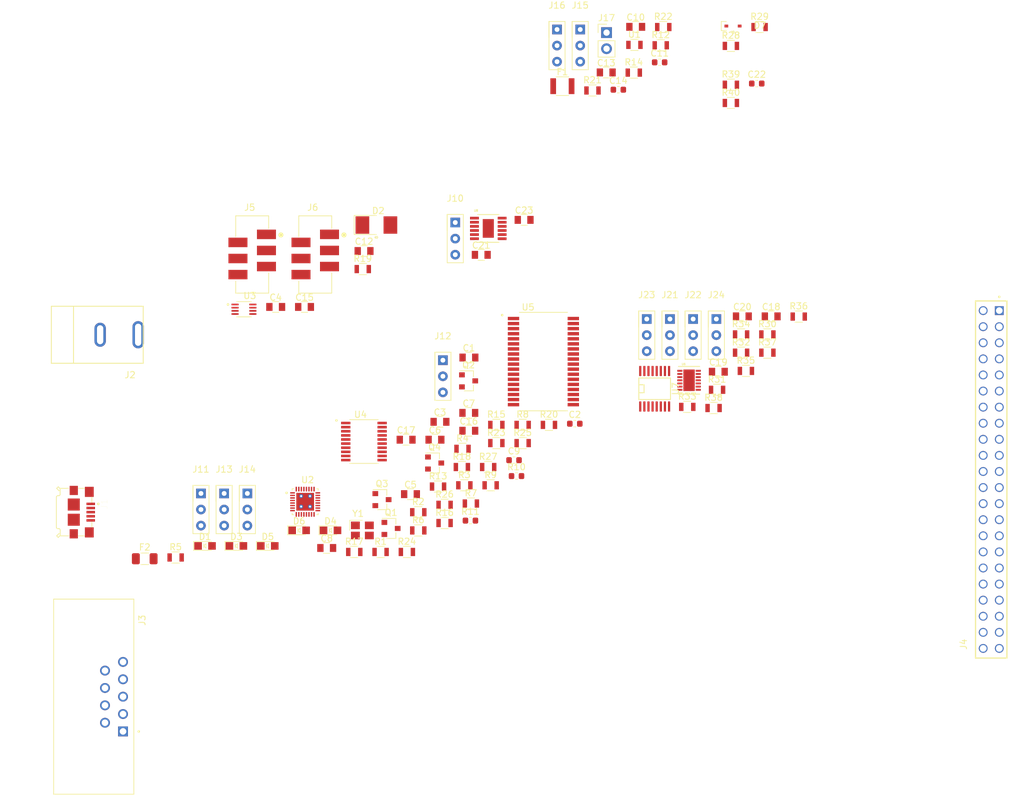
<source format=kicad_pcb>
(kicad_pcb (version 20211014) (generator pcbnew)
  (layers (0 "F.Cu" signal) (31 "B.Cu" signal) (34 "B.Paste" user) (35 "F.Paste" user) (36 "B.SilkS" user "B.Silkscreen") (37 "F.SilkS" user "F.Silkscreen") (38 "B.Mask" user) (39 "F.Mask" user) (44 "Edge.Cuts" user))
  (net 0 "")
  (net 1 "+5V")
  (net 2 "GND")
  (net 3 "+12V")
  (net 4 "+3V3")
  (net 5 "VBUS")
  (net 6 "Net-(D1-Pad2)")
  (net 7 "Net-(D3-Pad2)")
  (net 8 "/D+")
  (net 9 "/D-")
  (net 10 "/DAC-A0")
  (net 11 "/DAC-A1")
  (net 12 "/GPIO-AD0")
  (net 13 "/GPIO-AD1")
  (net 14 "/GPIO-1")
  (net 15 "/GPIO-2")
  (net 16 "/GPIO-3")
  (net 17 "/GPIO-4")
  (net 18 "/GPIO-5")
  (net 19 "/GPIO-6")
  (net 20 "/GPIO-7")
  (net 21 "/GPIO-8")
  (net 22 "/GPIO-9")
  (net 23 "/GPIO-10")
  (net 24 "/GPIO-11")
  (net 25 "/GPIO-12")
  (net 26 "/GPIO-13")
  (net 27 "/GPIO-14")
  (net 28 "/GPIO-15")
  (net 29 "/GPIO-16")
  (net 30 "/GPIO-17")
  (net 31 "/GPIO-18")
  (net 32 "/GPIO-19")
  (net 33 "/GPIO-20")
  (net 34 "/GPIO-21")
  (net 35 "/GPIO-22")
  (net 36 "/VOUT-1")
  (net 37 "/VOUT-2")
  (net 38 "/VOUT-3")
  (net 39 "/VOUT-4")
  (net 40 "/VOUT-5")
  (net 41 "/VOUT-6")
  (net 42 "/VOUT-7")
  (net 43 "/VOUT-8")
  (net 44 "/ADC2")
  (net 45 "/ADC1")
  (net 46 "/Analog-MUX2")
  (net 47 "/Analog-MUX1")
  (net 48 "/Analog-MUX4")
  (net 49 "/Analog-MUX3")
  (net 50 "/FT-GPIO3")
  (net 51 "/DAC-LDAC")
  (net 52 "/FT-GPIO2")
  (net 53 "/ADC4")
  (net 54 "/GPIO-23")
  (net 55 "/GPIO-24")
  (net 56 "/SCL")
  (net 57 "/SDA")
  (net 58 "/FT-VPP")
  (net 59 "/GPIO-26")
  (net 60 "/GPIO-28")
  (net 61 "/GPIO-25")
  (net 62 "/GPIO-27")
  (net 63 "Net-(D4-Pad2)")
  (net 64 "Net-(D4-Pad1)")
  (net 65 "Net-(D5-Pad1)")
  (net 66 "Net-(D5-Pad2)")
  (net 67 "/CANL-")
  (net 68 "/CANH+")
  (net 69 "/ADC Circuitry/Analog-MUX3")
  (net 70 "/ADC Circuitry/Analog-MUX1")
  (net 71 "/ADC Circuitry/Analog-MUX2")
  (net 72 "/ADC Circuitry/Analog-MUX4")
  (net 73 "/Analog-MUX6")
  (net 74 "/Analog-MUX5")
  (net 75 "/ADC Circuitry/ADC3")
  (net 76 "/Analog-MUX7")
  (net 77 "/Analog-MUX8")
  (net 78 "/VBus Power/Lin-IN")
  (net 79 "/SDA-FT")
  (net 80 "/SCL-FT")
  (net 81 "Net-(C3-Pad1)")
  (net 82 "Net-(C7-Pad1)")
  (net 83 "Net-(C15-Pad1)")
  (net 84 "Net-(C22-Pad1)")
  (net 85 "Net-(D6-Pad1)")
  (net 86 "Net-(D6-Pad2)")
  (net 87 "Net-(D7-Pad1)")
  (net 88 "Net-(F1-Pad2)")
  (net 89 "Net-(F2-Pad1)")
  (net 90 "Net-(J3-Pad8)")
  (net 91 "Net-(J3-Pad9)")
  (net 92 "Net-(J3-Pad1)")
  (net 93 "Net-(J3-Pad4)")
  (net 94 "Net-(J3-Pad5)")
  (net 95 "/ADC-CA0")
  (net 96 "/ADC-CA1")
  (net 97 "Net-(J21-Pad3)")
  (net 98 "Net-(J22-Pad3)")
  (net 99 "Net-(J23-Pad3)")
  (net 100 "Net-(J24-Pad3)")
  (net 101 "Net-(R3-Pad1)")
  (net 102 "Net-(R5-Pad1)")
  (net 103 "Net-(R6-Pad1)")
  (net 104 "Net-(R10-Pad2)")
  (net 105 "Net-(R11-Pad2)")
  (net 106 "Net-(R20-Pad1)")
  (net 107 "Net-(U2-Pad17)")
  (net 108 "Net-(U2-Pad8)")
  (net 109 "Net-(U2-Pad32)")
  (net 110 "Net-(U2-Pad31)")
  (net 111 "Net-(U2-Pad12)")
  (net 112 "Net-(U2-Pad11)")
  (net 113 "Net-(U2-Pad10)")
  (net 114 "Net-(U2-Pad9)")
  (net 115 "Net-(U8-Pad5)")
  (footprint "footprints:C_0805_OEM" (layer "F.Cu") (at 166.495001 48.050001)
    (fp_text reference "C1" (at 0 -1.5) (layer "F.SilkS"))
    (fp_text value "C_4.7uF_25V" hide)
    (pad "1" smd rect locked (at -1 0) (size 1 1.25) (layers "F.Cu" "F.Paste" "F.Mask") (net 1 "+5V"))
    (pad "2" smd rect locked (at 1 0) (size 1 1.25) (layers "F.Cu" "F.Paste" "F.Mask") (net 2 "GND"))
  )
  (footprint "footprints:C_0603_1608Metric" (layer "F.Cu") (at 183.205001 58.495001)
    (fp_text reference "C2" (at 0 -1.43) (layer "F.SilkS"))
    (fp_text value "C_100nF")
    (pad "1" smd roundrect locked (at -0.7875 0) (size 0.875 0.95) (layers "F.Cu" "F.Paste" "F.Mask") (net 1 "+5V"))
    (pad "2" smd roundrect locked (at 0.7875 0) (size 0.875 0.95) (layers "F.Cu" "F.Paste" "F.Mask") (net 2 "GND"))
  )
  (footprint "footprints:C_0805_OEM" (layer "F.Cu") (at 157.275001 69.620001)
    (fp_text reference "C5" (at 0 -1.5) (layer "F.SilkS"))
    (fp_text value "C_10uF_50V" hide)
    (pad "1" smd rect locked (at -1 0) (size 1 1.25) (layers "F.Cu" "F.Paste" "F.Mask") (net 3 "+12V"))
    (pad "2" smd rect locked (at 1 0) (size 1 1.25) (layers "F.Cu" "F.Paste" "F.Mask") (net 2 "GND"))
  )
  (footprint "footprints:C_0805_OEM" (layer "F.Cu") (at 161.135001 61.020001)
    (fp_text reference "C6" (at 0 -1.5) (layer "F.SilkS"))
    (fp_text value "C_10uF_50V" hide)
    (pad "1" smd rect locked (at -1 0) (size 1 1.25) (layers "F.Cu" "F.Paste" "F.Mask") (net 3 "+12V"))
    (pad "2" smd rect locked (at 1 0) (size 1 1.25) (layers "F.Cu" "F.Paste" "F.Mask") (net 2 "GND"))
  )
  (footprint "footprints:C_0805_OEM" (layer "F.Cu") (at 144.055001 78.120001)
    (fp_text reference "C8" (at 0 -1.5) (layer "F.SilkS"))
    (fp_text value "C_4.7uF_25V" hide)
    (pad "1" smd rect locked (at -1 0) (size 1 1.25) (layers "F.Cu" "F.Paste" "F.Mask") (net 4 "+3V3"))
    (pad "2" smd rect locked (at 1 0) (size 1 1.25) (layers "F.Cu" "F.Paste" "F.Mask") (net 2 "GND"))
  )
  (footprint "footprints:C_0603_1608Metric" (layer "F.Cu") (at 173.615001 64.255001)
    (fp_text reference "C9" (at 0 -1.43) (layer "F.SilkS"))
    (fp_text value "C_100nF")
    (pad "1" smd roundrect locked (at -0.7875 0) (size 0.875 0.95) (layers "F.Cu" "F.Paste" "F.Mask") (net 4 "+3V3"))
    (pad "2" smd roundrect locked (at 0.7875 0) (size 0.875 0.95) (layers "F.Cu" "F.Paste" "F.Mask") (net 2 "GND"))
  )
  (footprint "footprints:C_0805_OEM" (layer "F.Cu") (at 161.925001 58.200001)
    (fp_text reference "C3" (at 0 -1.5) (layer "F.SilkS"))
    (fp_text value "C_30pF" hide)
    (pad "1" smd rect locked (at -1 0) (size 1 1.25) (layers "F.Cu" "F.Paste" "F.Mask") (net 81 "Net-(C3-Pad1)"))
    (pad "2" smd rect locked (at 1 0) (size 1 1.25) (layers "F.Cu" "F.Paste" "F.Mask") (net 2 "GND"))
  )
  (footprint "footprints:C_0805_OEM" (layer "F.Cu") (at 166.475001 56.790001)
    (fp_text reference "C7" (at 0 -1.5) (layer "F.SilkS"))
    (fp_text value "C_30pF" hide)
    (pad "1" smd rect locked (at -1 0) (size 1 1.25) (layers "F.Cu" "F.Paste" "F.Mask") (net 82 "Net-(C7-Pad1)"))
    (pad "2" smd rect locked (at 1 0) (size 1 1.25) (layers "F.Cu" "F.Paste" "F.Mask") (net 2 "GND"))
  )
  (footprint "footprints:C_0805_OEM" (layer "F.Cu") (at 166.475001 59.610001)
    (fp_text reference "C16" (at 0 -1.5) (layer "F.SilkS"))
    (fp_text value "C_0.1uF" hide)
    (pad "1" smd rect locked (at -1 0) (size 1 1.25) (layers "F.Cu" "F.Paste" "F.Mask") (net 5 "VBUS"))
    (pad "2" smd rect locked (at 1 0) (size 1 1.25) (layers "F.Cu" "F.Paste" "F.Mask") (net 2 "GND"))
  )
  (footprint "footprints:C_0805_OEM" (layer "F.Cu") (at 156.585001 61.020001)
    (fp_text reference "C17" (at 0 -1.5) (layer "F.SilkS"))
    (fp_text value "C_10uF_25V" hide)
    (pad "1" smd rect locked (at -1 0) (size 1 1.25) (layers "F.Cu" "F.Paste" "F.Mask") (net 5 "VBUS"))
    (pad "2" smd rect locked (at 1 0) (size 1 1.25) (layers "F.Cu" "F.Paste" "F.Mask") (net 2 "GND"))
  )
  (footprint "footprints:C_0805_OEM" (layer "F.Cu") (at 214.195001 41.550001)
    (fp_text reference "C18" (at 0 -1.5) (layer "F.SilkS"))
    (fp_text value "C_0.1uF" hide)
    (pad "1" smd rect locked (at -1 0) (size 1 1.25) (layers "F.Cu" "F.Paste" "F.Mask") (net 5 "VBUS"))
    (pad "2" smd rect locked (at 1 0) (size 1 1.25) (layers "F.Cu" "F.Paste" "F.Mask") (net 2 "GND"))
  )
  (footprint "footprints:C_0805_OEM" (layer "F.Cu") (at 205.855001 50.290001)
    (fp_text reference "C19" (at 0 -1.5) (layer "F.SilkS"))
    (fp_text value "C_10uF_25V" hide)
    (pad "1" smd rect locked (at -1 0) (size 1 1.25) (layers "F.Cu" "F.Paste" "F.Mask") (net 5 "VBUS"))
    (pad "2" smd rect locked (at 1 0) (size 1 1.25) (layers "F.Cu" "F.Paste" "F.Mask") (net 2 "GND"))
  )
  (footprint "footprints:C_0805_OEM" (layer "F.Cu") (at 209.645001 41.550001)
    (fp_text reference "C20" (at 0 -1.5) (layer "F.SilkS"))
    (fp_text value "C_0.1uF" hide)
    (pad "1" smd rect locked (at -1 0) (size 1 1.25) (layers "F.Cu" "F.Paste" "F.Mask") (net 5 "VBUS"))
    (pad "2" smd rect locked (at 1 0) (size 1 1.25) (layers "F.Cu" "F.Paste" "F.Mask") (net 2 "GND"))
  )
  (footprint "footprints:LED_0805_OEM" (layer "F.Cu") (at 124.855001 77.795001)
    (fp_text reference "D1" (at 0 -1.45) (layer "F.SilkS"))
    (fp_text value "LED_0805" hide)
    (pad "1" smd rect locked (at -1.1 0 180) (size 1.2 1.2) (layers "F.Cu" "F.Paste" "F.Mask") (net 2 "GND"))
    (pad "2" smd rect locked (at 1.1 0 180) (size 1.2 1.2) (layers "F.Cu" "F.Paste" "F.Mask") (net 6 "Net-(D1-Pad2)"))
  )
  (footprint "footprints:LED_0805_OEM" (layer "F.Cu") (at 129.805001 77.795001)
    (fp_text reference "D3" (at 0 -1.45) (layer "F.SilkS"))
    (fp_text value "LED_0805" hide)
    (pad "1" smd rect locked (at -1.1 0 180) (size 1.2 1.2) (layers "F.Cu" "F.Paste" "F.Mask") (net 2 "GND"))
    (pad "2" smd rect locked (at 1.1 0 180) (size 1.2 1.2) (layers "F.Cu" "F.Paste" "F.Mask") (net 7 "Net-(D3-Pad2)"))
  )
  (footprint "footprints:LED_0805_OEM" (layer "F.Cu") (at 144.655001 75.335001)
    (fp_text reference "D4" (at 0 -1.45) (layer "F.SilkS"))
    (fp_text value "LED_0805_Red" hide)
    (pad "1" smd rect locked (at -1.1 0 180) (size 1.2 1.2) (layers "F.Cu" "F.Paste" "F.Mask") (net 64 "Net-(D4-Pad1)"))
    (pad "2" smd rect locked (at 1.1 0 180) (size 1.2 1.2) (layers "F.Cu" "F.Paste" "F.Mask") (net 63 "Net-(D4-Pad2)"))
  )
  (footprint "footprints:LED_0805_OEM" (layer "F.Cu") (at 134.755001 77.795001)
    (fp_text reference "D5" (at 0 -1.45) (layer "F.SilkS"))
    (fp_text value "LED_0805_Amber" hide)
    (pad "1" smd rect locked (at -1.1 0 180) (size 1.2 1.2) (layers "F.Cu" "F.Paste" "F.Mask") (net 65 "Net-(D5-Pad1)"))
    (pad "2" smd rect locked (at 1.1 0 180) (size 1.2 1.2) (layers "F.Cu" "F.Paste" "F.Mask") (net 66 "Net-(D5-Pad2)"))
  )
  (footprint "footprints:LED_0805_OEM" (layer "F.Cu") (at 139.705001 75.335001)
    (fp_text reference "D6" (at 0 -1.45) (layer "F.SilkS"))
    (fp_text value "LED_0805_Amber" hide)
    (pad "1" smd rect locked (at -1.1 0 180) (size 1.2 1.2) (layers "F.Cu" "F.Paste" "F.Mask") (net 85 "Net-(D6-Pad1)"))
    (pad "2" smd rect locked (at 1.1 0 180) (size 1.2 1.2) (layers "F.Cu" "F.Paste" "F.Mask") (net 86 "Net-(D6-Pad2)"))
  )
  (footprint "footprints:Fuse_1206" (layer "F.Cu") (at 115.335001 79.825001)
    (fp_text reference "F2" (at 0 -1.82) (layer "F.SilkS"))
    (fp_text value "1.5A_Fuse")
    (pad "1" smd roundrect locked (at -1.4 0) (size 1.25 1.75) (layers "F.Cu" "F.Paste" "F.Mask") (roundrect_rratio 0.2) (net 89 "Net-(F2-Pad1)"))
    (pad "2" smd roundrect locked (at 1.4 0) (size 1.25 1.75) (layers "F.Cu" "F.Paste" "F.Mask") (roundrect_rratio 0.2) (net 3 "+12V"))
  )
  (footprint "footprints:TE_1981568-1" (layer "F.Cu") (at 104.14 72.46 -90)
    (fp_text reference "J1" (at -1.25587 -4.83341 90) (layer "F.SilkS") (effects (font (size 1.000709 1.000709) (thickness 0.015))))
    (fp_text value "USB-Micro-1981568-1")
    (pad "1" smd rect locked (at -1.3 -2.675 270) (size 0.4 1.35) (layers "F.Cu" "F.Paste" "F.Mask") (net 88 "Net-(F1-Pad2)"))
    (pad "2" smd rect locked (at -0.65 -2.675 270) (size 0.4 1.35) (layers "F.Cu" "F.Paste" "F.Mask") (net 9 "/D-"))
    (pad "3" smd rect locked (at 0 -2.675 270) (size 0.4 1.35) (layers "F.Cu" "F.Paste" "F.Mask") (net 8 "/D+"))
    (pad "4" smd rect locked (at 0.65 -2.675 270) (size 0.4 1.35) (layers "F.Cu" "F.Paste" "F.Mask") (net 2 "GND"))
    (pad "5" smd rect locked (at 1.3 -2.675 270) (size 0.4 1.35) (layers "F.Cu" "F.Paste" "F.Mask") (net 2 "GND"))
    (pad "6" smd rect locked (at -3.2 -2.45 270) (size 1.6 1.4) (layers "F.Cu" "F.Paste" "F.Mask") (net 2 "GND"))
    (pad "7" smd rect locked (at 3.2 -2.45 270) (size 1.6 1.4) (layers "F.Cu" "F.Paste" "F.Mask") (net 2 "GND"))
    (pad "8" smd rect locked (at 3.425 0 270) (size 1.45 1.3) (layers "F.Cu" "F.Paste" "F.Mask") (net 2 "GND"))
    (pad "9" smd rect locked (at -3.425 0 270) (size 1.45 1.3) (layers "F.Cu" "F.Paste" "F.Mask") (net 2 "GND"))
    (pad "10" smd rect locked (at -1.2 0 270) (size 1.9 1.9) (layers "F.Cu" "F.Paste" "F.Mask") (net 2 "GND"))
    (pad "11" smd rect locked (at 1.2 0 270) (size 1.9 1.9) (layers "F.Cu" "F.Paste" "F.Mask") (net 2 "GND"))
  )
  (footprint "footprints:PinHeader_1x03_P2.54mm_Vertical" (layer "F.Cu") (at 124.210001 69.510001)
    (fp_text reference "J11" (at 0 -3.81) (layer "F.SilkS"))
    (fp_text value "CONN_01X03")
    (pad "1" thru_hole rect locked (at 0 0) (size 1.524 1.524) (drill 0.762) (layers *.Cu *.Mask) (net 5 "VBUS"))
    (pad "2" thru_hole circle locked (at 0 2.54) (size 1.524 1.524) (drill 0.762) (layers *.Cu *.Mask) (net 10 "/DAC-A0"))
    (pad "3" thru_hole circle locked (at 0 5.08) (size 1.524 1.524) (drill 0.762) (layers *.Cu *.Mask) (net 2 "GND"))
  )
  (footprint "footprints:PinHeader_1x03_P2.54mm_Vertical" (layer "F.Cu") (at 162.390001 48.470001)
    (fp_text reference "J12" (at 0 -3.81) (layer "F.SilkS"))
    (fp_text value "CONN_01X03")
    (pad "1" thru_hole rect locked (at 0 0) (size 1.524 1.524) (drill 0.762) (layers *.Cu *.Mask) (net 5 "VBUS"))
    (pad "2" thru_hole circle locked (at 0 2.54) (size 1.524 1.524) (drill 0.762) (layers *.Cu *.Mask) (net 11 "/DAC-A1"))
    (pad "3" thru_hole circle locked (at 0 5.08) (size 1.524 1.524) (drill 0.762) (layers *.Cu *.Mask) (net 2 "GND"))
  )
  (footprint "footprints:PinHeader_1x03_P2.54mm_Vertical" (layer "F.Cu") (at 127.870001 69.510001)
    (fp_text reference "J13" (at 0 -3.81) (layer "F.SilkS"))
    (fp_text value "CONN_01X03")
    (pad "1" thru_hole rect locked (at 0 0) (size 1.524 1.524) (drill 0.762) (layers *.Cu *.Mask) (net 5 "VBUS"))
    (pad "2" thru_hole circle locked (at 0 2.54) (size 1.524 1.524) (drill 0.762) (layers *.Cu *.Mask) (net 12 "/GPIO-AD0"))
    (pad "3" thru_hole circle locked (at 0 5.08) (size 1.524 1.524) (drill 0.762) (layers *.Cu *.Mask) (net 2 "GND"))
  )
  (footprint "footprints:PinHeader_1x03_P2.54mm_Vertical" (layer "F.Cu") (at 131.530001 69.510001)
    (fp_text reference "J14" (at 0 -3.81) (layer "F.SilkS"))
    (fp_text value "CONN_01X03")
    (pad "1" thru_hole rect locked (at 0 0) (size 1.524 1.524) (drill 0.762) (layers *.Cu *.Mask) (net 5 "VBUS"))
    (pad "2" thru_hole circle locked (at 0 2.54) (size 1.524 1.524) (drill 0.762) (layers *.Cu *.Mask) (net 13 "/GPIO-AD1"))
    (pad "3" thru_hole circle locked (at 0 5.08) (size 1.524 1.524) (drill 0.762) (layers *.Cu *.Mask) (net 2 "GND"))
  )
  (footprint "footprints:TE_5745781-4" (layer "F.Cu") (at 110.49 101.6 -90)
    (fp_text reference "J3" (at -12.065 -4.445 90) (layer "F.SilkS"))
    (fp_text value "DSub-9")
    (pad "" np_thru_hole circle locked (at 12.4968 0 270) (size 3.048 3.048) (drill 3.048) (layers *.Cu *.Mask))
    (pad "" np_thru_hole circle locked (at -12.4968 0 270) (size 3.048 3.048) (drill 3.048) (layers *.Cu *.Mask))
    (pad "1" thru_hole rect locked (at 5.4864 -1.4224 270) (size 1.5621 1.5621) (drill 1.0414) (layers *.Cu *.Mask) (net 92 "Net-(J3-Pad1)"))
    (pad "2" thru_hole circle locked (at 2.7432 -1.4224 270) (size 1.5621 1.5621) (drill 1.0414) (layers *.Cu *.Mask) (net 67 "/CANL-"))
    (pad "3" thru_hole circle locked (at 0 -1.4224 270) (size 1.5621 1.5621) (drill 1.0414) (layers *.Cu *.Mask) (net 2 "GND"))
    (pad "4" thru_hole circle locked (at -2.7432 -1.4224 270) (size 1.5621 1.5621) (drill 1.0414) (layers *.Cu *.Mask) (net 93 "Net-(J3-Pad4)"))
    (pad "5" thru_hole circle locked (at -5.4864 -1.4224 270) (size 1.5621 1.5621) (drill 1.0414) (layers *.Cu *.Mask) (net 94 "Net-(J3-Pad5)"))
    (pad "6" thru_hole circle locked (at 4.1148 1.4224 270) (size 1.5621 1.5621) (drill 1.0414) (layers *.Cu *.Mask) (net 2 "GND"))
    (pad "7" thru_hole circle locked (at 1.3716 1.4224 270) (size 1.5621 1.5621) (drill 1.0414) (layers *.Cu *.Mask) (net 68 "/CANH+"))
    (pad "8" thru_hole circle locked (at -1.3716 1.4224 270) (size 1.5621 1.5621) (drill 1.0414) (layers *.Cu *.Mask) (net 90 "Net-(J3-Pad8)"))
    (pad "9" thru_hole circle locked (at -4.1148 1.4224 270) (size 1.5621 1.5621) (drill 1.0414) (layers *.Cu *.Mask) (net 91 "Net-(J3-Pad9)"))
  )
  (footprint "footprints:SAMTEC_SSW-122-01-G-D" (layer "F.Cu") (at 250.19 40.64 90)
    (fp_text reference "J4" (at -52.69 -5.6315 90) (layer "F.SilkS"))
    (fp_text value "SSW-122-01-G-D")
    (pad "01" thru_hole rect locked (at 0 0 90) (size 1.39 1.39) (drill 1.04) (layers *.Cu *.Mask) (net 2 "GND"))
    (pad "02" thru_hole circle locked (at 0 -2.54 90) (size 1.39 1.39) (drill 1.04) (layers *.Cu *.Mask) (net 2 "GND"))
    (pad "03" thru_hole circle locked (at -2.54 0 90) (size 1.39 1.39) (drill 1.04) (layers *.Cu *.Mask) (net 14 "/GPIO-1"))
    (pad "04" thru_hole circle locked (at -2.54 -2.54 90) (size 1.39 1.39) (drill 1.04) (layers *.Cu *.Mask) (net 15 "/GPIO-2"))
    (pad "05" thru_hole circle locked (at -5.08 0 90) (size 1.39 1.39) (drill 1.04) (layers *.Cu *.Mask) (net 16 "/GPIO-3"))
    (pad "06" thru_hole circle locked (at -5.08 -2.54 90) (size 1.39 1.39) (drill 1.04) (layers *.Cu *.Mask) (net 17 "/GPIO-4"))
    (pad "07" thru_hole circle locked (at -7.62 0 90) (size 1.39 1.39) (drill 1.04) (layers *.Cu *.Mask) (net 18 "/GPIO-5"))
    (pad "08" thru_hole circle locked (at -7.62 -2.54 90) (size 1.39 1.39) (drill 1.04) (layers *.Cu *.Mask) (net 19 "/GPIO-6"))
    (pad "09" thru_hole circle locked (at -10.16 0 90) (size 1.39 1.39) (drill 1.04) (layers *.Cu *.Mask) (net 20 "/GPIO-7"))
    (pad "10" thru_hole circle locked (at -10.16 -2.54 90) (size 1.39 1.39) (drill 1.04) (layers *.Cu *.Mask) (net 21 "/GPIO-8"))
    (pad "11" thru_hole circle locked (at -12.7 0 90) (size 1.39 1.39) (drill 1.04) (layers *.Cu *.Mask) (net 22 "/GPIO-9"))
    (pad "12" thru_hole circle locked (at -12.7 -2.54 90) (size 1.39 1.39) (drill 1.04) (layers *.Cu *.Mask) (net 23 "/GPIO-10"))
    (pad "13" thru_hole circle locked (at -15.24 0 90) (size 1.39 1.39) (drill 1.04) (layers *.Cu *.Mask) (net 24 "/GPIO-11"))
    (pad "14" thru_hole circle locked (at -15.24 -2.54 90) (size 1.39 1.39) (drill 1.04) (layers *.Cu *.Mask) (net 25 "/GPIO-12"))
    (pad "15" thru_hole circle locked (at -17.78 0 90) (size 1.39 1.39) (drill 1.04) (layers *.Cu *.Mask) (net 26 "/GPIO-13"))
    (pad "16" thru_hole circle locked (at -17.78 -2.54 90) (size 1.39 1.39) (drill 1.04) (layers *.Cu *.Mask) (net 27 "/GPIO-14"))
    (pad "17" thru_hole circle locked (at -20.32 0 90) (size 1.39 1.39) (drill 1.04) (layers *.Cu *.Mask) (net 28 "/GPIO-15"))
    (pad "18" thru_hole circle locked (at -20.32 -2.54 90) (size 1.39 1.39) (drill 1.04) (layers *.Cu *.Mask) (net 29 "/GPIO-16"))
    (pad "19" thru_hole circle locked (at -22.86 0 90) (size 1.39 1.39) (drill 1.04) (layers *.Cu *.Mask) (net 30 "/GPIO-17"))
    (pad "20" thru_hole circle locked (at -22.86 -2.54 90) (size 1.39 1.39) (drill 1.04) (layers *.Cu *.Mask) (net 31 "/GPIO-18"))
    (pad "21" thru_hole circle locked (at -25.4 0 90) (size 1.39 1.39) (drill 1.04) (layers *.Cu *.Mask) (net 32 "/GPIO-19"))
    (pad "22" thru_hole circle locked (at -25.4 -2.54 90) (size 1.39 1.39) (drill 1.04) (layers *.Cu *.Mask) (net 33 "/GPIO-20"))
    (pad "23" thru_hole circle locked (at -27.94 0 90) (size 1.39 1.39) (drill 1.04) (layers *.Cu *.Mask) (net 34 "/GPIO-21"))
    (pad "24" thru_hole circle locked (at -27.94 -2.54 90) (size 1.39 1.39) (drill 1.04) (layers *.Cu *.Mask) (net 35 "/GPIO-22"))
    (pad "25" thru_hole circle locked (at -30.48 0 90) (size 1.39 1.39) (drill 1.04) (layers *.Cu *.Mask) (net 2 "GND"))
    (pad "26" thru_hole circle locked (at -30.48 -2.54 90) (size 1.39 1.39) (drill 1.04) (layers *.Cu *.Mask) (net 2 "GND"))
    (pad "27" thru_hole circle locked (at -33.02 0 90) (size 1.39 1.39) (drill 1.04) (layers *.Cu *.Mask) (net 36 "/VOUT-1"))
    (pad "28" thru_hole circle locked (at -33.02 -2.54 90) (size 1.39 1.39) (drill 1.04) (layers *.Cu *.Mask) (net 37 "/VOUT-2"))
    (pad "29" thru_hole circle locked (at -35.56 0 90) (size 1.39 1.39) (drill 1.04) (layers *.Cu *.Mask) (net 38 "/VOUT-3"))
    (pad "30" thru_hole circle locked (at -35.56 -2.54 90) (size 1.39 1.39) (drill 1.04) (layers *.Cu *.Mask) (net 39 "/VOUT-4"))
    (pad "31" thru_hole circle locked (at -38.1 0 90) (size 1.39 1.39) (drill 1.04) (layers *.Cu *.Mask) (net 40 "/VOUT-5"))
    (pad "32" thru_hole circle locked (at -38.1 -2.54 90) (size 1.39 1.39) (drill 1.04) (layers *.Cu *.Mask) (net 41 "/VOUT-6"))
    (pad "33" thru_hole circle locked (at -40.64 0 90) (size 1.39 1.39) (drill 1.04) (layers *.Cu *.Mask) (net 42 "/VOUT-7"))
    (pad "34" thru_hole circle locked (at -40.64 -2.54 90) (size 1.39 1.39) (drill 1.04) (layers *.Cu *.Mask) (net 43 "/VOUT-8"))
    (pad "35" thru_hole circle locked (at -43.18 0 90) (size 1.39 1.39) (drill 1.04) (layers *.Cu *.Mask) (net 45 "/ADC1"))
    (pad "36" thru_hole circle locked (at -43.18 -2.54 90) (size 1.39 1.39) (drill 1.04) (layers *.Cu *.Mask) (net 44 "/ADC2"))
    (pad "37" thru_hole circle locked (at -45.72 0 90) (size 1.39 1.39) (drill 1.04) (layers *.Cu *.Mask) (net 47 "/Analog-MUX1"))
    (pad "38" thru_hole circle locked (at -45.72 -2.54 90) (size 1.39 1.39) (drill 1.04) (layers *.Cu *.Mask) (net 46 "/Analog-MUX2"))
    (pad "39" thru_hole circle locked (at -48.26 0 90) (size 1.39 1.39) (drill 1.04) (layers *.Cu *.Mask) (net 49 "/Analog-MUX3"))
    (pad "40" thru_hole circle locked (at -48.26 -2.54 90) (size 1.39 1.39) (drill 1.04) (layers *.Cu *.Mask) (net 48 "/Analog-MUX4"))
    (pad "41" thru_hole circle locked (at -50.8 0 90) (size 1.39 1.39) (drill 1.04) (layers *.Cu *.Mask) (net 2 "GND"))
    (pad "42" thru_hole circle locked (at -50.8 -2.54 90) (size 1.39 1.39) (drill 1.04) (layers *.Cu *.Mask) (net 3 "+12V"))
    (pad "43" thru_hole circle locked (at -53.34 0 90) (size 1.39 1.39) (drill 1.04) (layers *.Cu *.Mask) (net 68 "/CANH+"))
    (pad "44" thru_hole circle locked (at -53.34 -2.54 90) (size 1.39 1.39) (drill 1.04) (layers *.Cu *.Mask) (net 67 "/CANL-"))
  )
  (footprint "footprints:PinHeader_1x03_P2.54mm_Vertical" (layer "F.Cu") (at 194.560001 41.970001)
    (fp_text reference "J23" (at 0 -3.81) (layer "F.SilkS"))
    (fp_text value "CONN_01X03")
    (pad "1" thru_hole rect locked (at 0 0) (size 1.524 1.524) (drill 0.762) (layers *.Cu *.Mask) (net 49 "/Analog-MUX3"))
    (pad "2" thru_hole circle locked (at 0 2.54) (size 1.524 1.524) (drill 0.762) (layers *.Cu *.Mask) (net 69 "/ADC Circuitry/Analog-MUX3"))
    (pad "3" thru_hole circle locked (at 0 5.08) (size 1.524 1.524) (drill 0.762) (layers *.Cu *.Mask) (net 99 "Net-(J23-Pad3)"))
  )
  (footprint "footprints:PinHeader_1x03_P2.54mm_Vertical" (layer "F.Cu") (at 198.220001 41.970001)
    (fp_text reference "J21" (at 0 -3.81) (layer "F.SilkS"))
    (fp_text value "CONN_01X03")
    (pad "1" thru_hole rect locked (at 0 0) (size 1.524 1.524) (drill 0.762) (layers *.Cu *.Mask) (net 47 "/Analog-MUX1"))
    (pad "2" thru_hole circle locked (at 0 2.54) (size 1.524 1.524) (drill 0.762) (layers *.Cu *.Mask) (net 70 "/ADC Circuitry/Analog-MUX1"))
    (pad "3" thru_hole circle locked (at 0 5.08) (size 1.524 1.524) (drill 0.762) (layers *.Cu *.Mask) (net 97 "Net-(J21-Pad3)"))
  )
  (footprint "footprints:PinHeader_1x03_P2.54mm_Vertical" (layer "F.Cu") (at 201.880001 41.970001)
    (fp_text reference "J22" (at 0 -3.81) (layer "F.SilkS"))
    (fp_text value "CONN_01X03")
    (pad "1" thru_hole rect locked (at 0 0) (size 1.524 1.524) (drill 0.762) (layers *.Cu *.Mask) (net 46 "/Analog-MUX2"))
    (pad "2" thru_hole circle locked (at 0 2.54) (size 1.524 1.524) (drill 0.762) (layers *.Cu *.Mask) (net 71 "/ADC Circuitry/Analog-MUX2"))
    (pad "3" thru_hole circle locked (at 0 5.08) (size 1.524 1.524) (drill 0.762) (layers *.Cu *.Mask) (net 98 "Net-(J22-Pad3)"))
  )
  (footprint "footprints:PinHeader_1x03_P2.54mm_Vertical" (layer "F.Cu") (at 205.540001 41.970001)
    (fp_text reference "J24" (at 0 -3.81) (layer "F.SilkS"))
    (fp_text value "CONN_01X03")
    (pad "1" thru_hole rect locked (at 0 0) (size 1.524 1.524) (drill 0.762) (layers *.Cu *.Mask) (net 48 "/Analog-MUX4"))
    (pad "2" thru_hole circle locked (at 0 2.54) (size 1.524 1.524) (drill 0.762) (layers *.Cu *.Mask) (net 72 "/ADC Circuitry/Analog-MUX4"))
    (pad "3" thru_hole circle locked (at 0 5.08) (size 1.524 1.524) (drill 0.762) (layers *.Cu *.Mask) (net 100 "Net-(J24-Pad3)"))
  )
  (footprint "footprints:SOT-23F" (layer "F.Cu") (at 166.445001 51.735001)
    (fp_text reference "Q2" (at 0 -2.5) (layer "F.SilkS"))
    (fp_text value "SSM3K333R" hide)
    (pad "1" smd rect locked (at -1.05 -0.95) (size 0.9 0.8) (layers "F.Cu" "F.Paste" "F.Mask") (net 50 "/FT-GPIO3"))
    (pad "2" smd rect locked (at -1.05 0.95) (size 0.9 0.8) (layers "F.Cu" "F.Paste" "F.Mask") (net 2 "GND"))
    (pad "3" smd rect locked (at 1.05 0) (size 0.9 0.8) (layers "F.Cu" "F.Paste" "F.Mask") (net 64 "Net-(D4-Pad1)"))
  )
  (footprint "footprints:SOT-23F" (layer "F.Cu") (at 154.205001 75.035001)
    (fp_text reference "Q1" (at 0 -2.5) (layer "F.SilkS"))
    (fp_text value "SSM3K333R" hide)
    (pad "1" smd rect locked (at -1.05 -0.95) (size 0.9 0.8) (layers "F.Cu" "F.Paste" "F.Mask") (net 52 "/FT-GPIO2"))
    (pad "2" smd rect locked (at -1.05 0.95) (size 0.9 0.8) (layers "F.Cu" "F.Paste" "F.Mask") (net 2 "GND"))
    (pad "3" smd rect locked (at 1.05 0) (size 0.9 0.8) (layers "F.Cu" "F.Paste" "F.Mask") (net 51 "/DAC-LDAC"))
  )
  (footprint "footprints:SOT-23F" (layer "F.Cu") (at 152.775001 70.485001)
    (fp_text reference "Q3" (at 0 -2.5) (layer "F.SilkS"))
    (fp_text value "SSM3K333R" hide)
    (pad "1" smd rect locked (at -1.05 -0.95) (size 0.9 0.8) (layers "F.Cu" "F.Paste" "F.Mask") (net 61 "/GPIO-25"))
    (pad "2" smd rect locked (at -1.05 0.95) (size 0.9 0.8) (layers "F.Cu" "F.Paste" "F.Mask") (net 2 "GND"))
    (pad "3" smd rect locked (at 1.05 0) (size 0.9 0.8) (layers "F.Cu" "F.Paste" "F.Mask") (net 65 "Net-(D5-Pad1)"))
  )
  (footprint "footprints:SOT-23F" (layer "F.Cu") (at 161.085001 64.705001)
    (fp_text reference "Q4" (at 0 -2.5) (layer "F.SilkS"))
    (fp_text value "SSM3K333R" hide)
    (pad "1" smd rect locked (at -1.05 -0.95) (size 0.9 0.8) (layers "F.Cu" "F.Paste" "F.Mask") (net 62 "/GPIO-27"))
    (pad "2" smd rect locked (at -1.05 0.95) (size 0.9 0.8) (layers "F.Cu" "F.Paste" "F.Mask") (net 2 "GND"))
    (pad "3" smd rect locked (at 1.05 0) (size 0.9 0.8) (layers "F.Cu" "F.Paste" "F.Mask") (net 85 "Net-(D6-Pad1)"))
  )
  (footprint "footprints:R_0805_OEM" (layer "F.Cu") (at 165.775001 68.220001)
    (fp_text reference "R3" (at 0 -1.65) (layer "F.SilkS"))
    (fp_text value "R_10K" hide)
    (pad "1" smd rect locked (at -0.95 0) (size 0.7 1.3) (layers "F.Cu" "F.Paste" "F.Mask") (net 101 "Net-(R3-Pad1)"))
    (pad "2" smd rect locked (at 0.95 0) (size 0.7 1.3) (layers "F.Cu" "F.Paste" "F.Mask") (net 4 "+3V3"))
  )
  (footprint "footprints:R_0805_OEM" (layer "F.Cu") (at 120.215001 79.620001)
    (fp_text reference "R5" (at 0 -1.65) (layer "F.SilkS"))
    (fp_text value "R_10K" hide)
    (pad "1" smd rect locked (at -0.95 0) (size 0.7 1.3) (layers "F.Cu" "F.Paste" "F.Mask") (net 102 "Net-(R5-Pad1)"))
    (pad "2" smd rect locked (at 0.95 0) (size 0.7 1.3) (layers "F.Cu" "F.Paste" "F.Mask") (net 4 "+3V3"))
  )
  (footprint "footprints:R_0603_1608Metric" (layer "F.Cu") (at 174.005001 66.765001)
    (fp_text reference "R10" (at 0 -1.43) (layer "F.SilkS"))
    (fp_text value "R_0")
    (pad "1" smd roundrect locked (at -0.7875 0) (size 0.875 0.95) (layers "F.Cu" "F.Paste" "F.Mask") (net 2 "GND"))
    (pad "2" smd roundrect locked (at 0.7875 0) (size 0.875 0.95) (layers "F.Cu" "F.Paste" "F.Mask") (net 104 "Net-(R10-Pad2)"))
  )
  (footprint "footprints:R_0805_OEM" (layer "F.Cu") (at 170.825001 58.680001)
    (fp_text reference "R15" (at 0 -1.65) (layer "F.SilkS"))
    (fp_text value "R_10K" hide)
    (pad "1" smd rect locked (at -0.95 0) (size 0.7 1.3) (layers "F.Cu" "F.Paste" "F.Mask") (net 50 "/FT-GPIO3"))
    (pad "2" smd rect locked (at 0.95 0) (size 0.7 1.3) (layers "F.Cu" "F.Paste" "F.Mask") (net 2 "GND"))
  )
  (footprint "footprints:R_0603_1608Metric" (layer "F.Cu") (at 166.735001 73.795001)
    (fp_text reference "R11" (at 0 -1.43) (layer "F.SilkS"))
    (fp_text value "R_0")
    (pad "1" smd roundrect locked (at -0.7875 0) (size 0.875 0.95) (layers "F.Cu" "F.Paste" "F.Mask") (net 2 "GND"))
    (pad "2" smd roundrect locked (at 0.7875 0) (size 0.875 0.95) (layers "F.Cu" "F.Paste" "F.Mask") (net 105 "Net-(R11-Pad2)"))
  )
  (footprint "footprints:R_0805_OEM" (layer "F.Cu") (at 161.625001 68.420001)
    (fp_text reference "R13" (at 0 -1.65) (layer "F.SilkS"))
    (fp_text value "R_10K" hide)
    (pad "1" smd rect locked (at -0.95 0) (size 0.7 1.3) (layers "F.Cu" "F.Paste" "F.Mask") (net 52 "/FT-GPIO2"))
    (pad "2" smd rect locked (at 0.95 0) (size 0.7 1.3) (layers "F.Cu" "F.Paste" "F.Mask") (net 2 "GND"))
  )
  (footprint "footprints:R_0805_OEM" (layer "F.Cu") (at 165.385001 65.340001)
    (fp_text reference "R18" (at 0 -1.65) (layer "F.SilkS"))
    (fp_text value "R_1.91K" hide)
    (pad "1" smd rect locked (at -0.95 0) (size 0.7 1.3) (layers "F.Cu" "F.Paste" "F.Mask") (net 3 "+12V"))
    (pad "2" smd rect locked (at 0.95 0) (size 0.7 1.3) (layers "F.Cu" "F.Paste" "F.Mask") (net 63 "Net-(D4-Pad2)"))
  )
  (footprint "footprints:R_0805_OEM" (layer "F.Cu") (at 148.405001 78.750001)
    (fp_text reference "R17" (at 0 -1.65) (layer "F.SilkS"))
    (fp_text value "R_10K" hide)
    (pad "1" smd rect locked (at -0.95 0) (size 0.7 1.3) (layers "F.Cu" "F.Paste" "F.Mask") (net 5 "VBUS"))
    (pad "2" smd rect locked (at 0.95 0) (size 0.7 1.3) (layers "F.Cu" "F.Paste" "F.Mask") (net 51 "/DAC-LDAC"))
  )
  (footprint "footprints:R_0805_OEM" (layer "F.Cu") (at 170.825001 61.560001)
    (fp_text reference "R23" (at 0 -1.65) (layer "F.SilkS"))
    (fp_text value "R_1K" hide)
    (pad "1" smd rect locked (at -0.95 0) (size 0.7 1.3) (layers "F.Cu" "F.Paste" "F.Mask") (net 53 "/ADC4"))
    (pad "2" smd rect locked (at 0.95 0) (size 0.7 1.3) (layers "F.Cu" "F.Paste" "F.Mask") (net 43 "/VOUT-8"))
  )
  (footprint "footprints:R_0805_OEM" (layer "F.Cu") (at 152.555001 78.750001)
    (fp_text reference "R1" (at 0 -1.65) (layer "F.SilkS"))
    (fp_text value "R_12K" hide)
    (pad "1" smd rect locked (at -0.95 0) (size 0.7 1.3) (layers "F.Cu" "F.Paste" "F.Mask") (net 73 "/Analog-MUX6"))
    (pad "2" smd rect locked (at 0.95 0) (size 0.7 1.3) (layers "F.Cu" "F.Paste" "F.Mask") (net 1 "+5V"))
  )
  (footprint "footprints:R_0805_OEM" (layer "F.Cu") (at 158.505001 72.470001)
    (fp_text reference "R2" (at 0 -1.65) (layer "F.SilkS"))
    (fp_text value "R_3.01K" hide)
    (pad "1" smd rect locked (at -0.95 0) (size 0.7 1.3) (layers "F.Cu" "F.Paste" "F.Mask") (net 73 "/Analog-MUX6"))
    (pad "2" smd rect locked (at 0.95 0) (size 0.7 1.3) (layers "F.Cu" "F.Paste" "F.Mask") (net 2 "GND"))
  )
  (footprint "footprints:R_0805_OEM" (layer "F.Cu") (at 165.485001 62.460001)
    (fp_text reference "R4" (at 0 -1.65) (layer "F.SilkS"))
    (fp_text value "R_1M" hide)
    (pad "1" smd rect locked (at -0.95 0) (size 0.7 1.3) (layers "F.Cu" "F.Paste" "F.Mask") (net 82 "Net-(C7-Pad1)"))
    (pad "2" smd rect locked (at 0.95 0) (size 0.7 1.3) (layers "F.Cu" "F.Paste" "F.Mask") (net 81 "Net-(C3-Pad1)"))
  )
  (footprint "footprints:R_0805_OEM" (layer "F.Cu") (at 158.505001 75.350001)
    (fp_text reference "R6" (at 0 -1.65) (layer "F.SilkS"))
    (fp_text value "R_12K" hide)
    (pad "1" smd rect locked (at -0.95 0) (size 0.7 1.3) (layers "F.Cu" "F.Paste" "F.Mask") (net 103 "Net-(R6-Pad1)"))
    (pad "2" smd rect locked (at 0.95 0) (size 0.7 1.3) (layers "F.Cu" "F.Paste" "F.Mask") (net 2 "GND"))
  )
  (footprint "footprints:R_0805_OEM" (layer "F.Cu") (at 166.805001 71.100001)
    (fp_text reference "R7" (at 0 -1.65) (layer "F.SilkS"))
    (fp_text value "R_1.91K" hide)
    (pad "1" smd rect locked (at -0.95 0) (size 0.7 1.3) (layers "F.Cu" "F.Paste" "F.Mask") (net 3 "+12V"))
    (pad "2" smd rect locked (at 0.95 0) (size 0.7 1.3) (layers "F.Cu" "F.Paste" "F.Mask") (net 7 "Net-(D3-Pad2)"))
  )
  (footprint "footprints:R_0805_OEM" (layer "F.Cu") (at 174.975001 58.680001)
    (fp_text reference "R8" (at 0 -1.65) (layer "F.SilkS"))
    (fp_text value "R_12K" hide)
    (pad "1" smd rect locked (at -0.95 0) (size 0.7 1.3) (layers "F.Cu" "F.Paste" "F.Mask") (net 3 "+12V"))
    (pad "2" smd rect locked (at 0.95 0) (size 0.7 1.3) (layers "F.Cu" "F.Paste" "F.Mask") (net 74 "/Analog-MUX5"))
  )
  (footprint "footprints:R_0805_OEM" (layer "F.Cu") (at 169.925001 68.220001)
    (fp_text reference "R9" (at 0 -1.65) (layer "F.SilkS"))
    (fp_text value "R_3.01K" hide)
    (pad "1" smd rect locked (at -0.95 0) (size 0.7 1.3) (layers "F.Cu" "F.Paste" "F.Mask") (net 74 "/Analog-MUX5"))
    (pad "2" smd rect locked (at 0.95 0) (size 0.7 1.3) (layers "F.Cu" "F.Paste" "F.Mask") (net 2 "GND"))
  )
  (footprint "footprints:R_0805_OEM" (layer "F.Cu") (at 162.655001 74.180001)
    (fp_text reference "R16" (at 0 -1.65) (layer "F.SilkS"))
    (fp_text value "R_120_DNP" hide)
    (pad "1" smd rect locked (at -0.95 0) (size 0.7 1.3) (layers "F.Cu" "F.Paste" "F.Mask") (net 68 "/CANH+"))
    (pad "2" smd rect locked (at 0.95 0) (size 0.7 1.3) (layers "F.Cu" "F.Paste" "F.Mask") (net 67 "/CANL-"))
  )
  (footprint "footprints:R_0805_OEM" (layer "F.Cu") (at 179.125001 58.680001)
    (fp_text reference "R20" (at 0 -1.65) (layer "F.SilkS"))
    (fp_text value "R_39K" hide)
    (pad "1" smd rect locked (at -0.95 0) (size 0.7 1.3) (layers "F.Cu" "F.Paste" "F.Mask") (net 106 "Net-(R20-Pad1)"))
    (pad "2" smd rect locked (at 0.95 0) (size 0.7 1.3) (layers "F.Cu" "F.Paste" "F.Mask") (net 2 "GND"))
  )
  (footprint "footprints:R_0805_OEM" (layer "F.Cu") (at 156.705001 78.750001)
    (fp_text reference "R24" (at 0 -1.65) (layer "F.SilkS"))
    (fp_text value "R_10K" hide)
    (pad "1" smd rect locked (at -0.95 0) (size 0.7 1.3) (layers "F.Cu" "F.Paste" "F.Mask") (net 61 "/GPIO-25"))
    (pad "2" smd rect locked (at 0.95 0) (size 0.7 1.3) (layers "F.Cu" "F.Paste" "F.Mask") (net 2 "GND"))
  )
  (footprint "footprints:R_0805_OEM" (layer "F.Cu") (at 174.975001 61.560001)
    (fp_text reference "R25" (at 0 -1.65) (layer "F.SilkS"))
    (fp_text value "R_1.91K" hide)
    (pad "1" smd rect locked (at -0.95 0) (size 0.7 1.3) (layers "F.Cu" "F.Paste" "F.Mask") (net 3 "+12V"))
    (pad "2" smd rect locked (at 0.95 0) (size 0.7 1.3) (layers "F.Cu" "F.Paste" "F.Mask") (net 66 "Net-(D5-Pad2)"))
  )
  (footprint "footprints:R_0805_OEM" (layer "F.Cu") (at 162.655001 71.300001)
    (fp_text reference "R26" (at 0 -1.65) (layer "F.SilkS"))
    (fp_text value "R_10K" hide)
    (pad "1" smd rect locked (at -0.95 0) (size 0.7 1.3) (layers "F.Cu" "F.Paste" "F.Mask") (net 62 "/GPIO-27"))
    (pad "2" smd rect locked (at 0.95 0) (size 0.7 1.3) (layers "F.Cu" "F.Paste" "F.Mask") (net 2 "GND"))
  )
  (footprint "footprints:R_0805_OEM" (layer "F.Cu") (at 169.535001 65.340001)
    (fp_text reference "R27" (at 0 -1.65) (layer "F.SilkS"))
    (fp_text value "R_1.91K" hide)
    (pad "1" smd rect locked (at -0.95 0) (size 0.7 1.3) (layers "F.Cu" "F.Paste" "F.Mask") (net 3 "+12V"))
    (pad "2" smd rect locked (at 0.95 0) (size 0.7 1.3) (layers "F.Cu" "F.Paste" "F.Mask") (net 86 "Net-(D6-Pad2)"))
  )
  (footprint "footprints:R_0805_OEM" (layer "F.Cu") (at 213.595001 44.400001)
    (fp_text reference "R30" (at 0 -1.65) (layer "F.SilkS"))
    (fp_text value "R_10K" hide)
    (pad "1" smd rect locked (at -0.95 0) (size 0.7 1.3) (layers "F.Cu" "F.Paste" "F.Mask") (net 55 "/GPIO-24"))
    (pad "2" smd rect locked (at 0.95 0) (size 0.7 1.3) (layers "F.Cu" "F.Paste" "F.Mask") (net 54 "/GPIO-23"))
  )
  (footprint "footprints:R_0805_OEM" (layer "F.Cu") (at 205.655001 53.140001)
    (fp_text reference "R31" (at 0 -1.65) (layer "F.SilkS"))
    (fp_text value "R_12K" hide)
    (pad "1" smd rect locked (at -0.95 0) (size 0.7 1.3) (layers "F.Cu" "F.Paste" "F.Mask") (net 49 "/Analog-MUX3"))
    (pad "2" smd rect locked (at 0.95 0) (size 0.7 1.3) (layers "F.Cu" "F.Paste" "F.Mask") (net 99 "Net-(J23-Pad3)"))
  )
  (footprint "footprints:R_0805_OEM" (layer "F.Cu") (at 209.445001 47.280001)
    (fp_text reference "R32" (at 0 -1.65) (layer "F.SilkS"))
    (fp_text value "R_3.01K" hide)
    (pad "1" smd rect locked (at -0.95 0) (size 0.7 1.3) (layers "F.Cu" "F.Paste" "F.Mask") (net 99 "Net-(J23-Pad3)"))
    (pad "2" smd rect locked (at 0.95 0) (size 0.7 1.3) (layers "F.Cu" "F.Paste" "F.Mask") (net 2 "GND"))
  )
  (footprint "footprints:R_0805_OEM" (layer "F.Cu") (at 200.955001 55.840001)
    (fp_text reference "R33" (at 0 -1.65) (layer "F.SilkS"))
    (fp_text value "R_12K" hide)
    (pad "1" smd rect locked (at -0.95 0) (size 0.7 1.3) (layers "F.Cu" "F.Paste" "F.Mask") (net 47 "/Analog-MUX1"))
    (pad "2" smd rect locked (at 0.95 0) (size 0.7 1.3) (layers "F.Cu" "F.Paste" "F.Mask") (net 97 "Net-(J21-Pad3)"))
  )
  (footprint "footprints:R_0805_OEM" (layer "F.Cu") (at 209.445001 44.400001)
    (fp_text reference "R34" (at 0 -1.65) (layer "F.SilkS"))
    (fp_text value "R_3.01K" hide)
    (pad "1" smd rect locked (at -0.95 0) (size 0.7 1.3) (layers "F.Cu" "F.Paste" "F.Mask") (net 97 "Net-(J21-Pad3)"))
    (pad "2" smd rect locked (at 0.95 0) (size 0.7 1.3) (layers "F.Cu" "F.Paste" "F.Mask") (net 2 "GND"))
  )
  (footprint "footprints:R_0805_OEM" (layer "F.Cu") (at 210.205001 50.160001)
    (fp_text reference "R35" (at 0 -1.65) (layer "F.SilkS"))
    (fp_text value "R_12K" hide)
    (pad "1" smd rect locked (at -0.95 0) (size 0.7 1.3) (layers "F.Cu" "F.Paste" "F.Mask") (net 46 "/Analog-MUX2"))
    (pad "2" smd rect locked (at 0.95 0) (size 0.7 1.3) (layers "F.Cu" "F.Paste" "F.Mask") (net 98 "Net-(J22-Pad3)"))
  )
  (footprint "footprints:R_0805_OEM" (layer "F.Cu") (at 218.545001 41.580001)
    (fp_text reference "R36" (at 0 -1.65) (layer "F.SilkS"))
    (fp_text value "R_3.01K" hide)
    (pad "1" smd rect locked (at -0.95 0) (size 0.7 1.3) (layers "F.Cu" "F.Paste" "F.Mask") (net 98 "Net-(J22-Pad3)"))
    (pad "2" smd rect locked (at 0.95 0) (size 0.7 1.3) (layers "F.Cu" "F.Paste" "F.Mask") (net 2 "GND"))
  )
  (footprint "footprints:R_0805_OEM" (layer "F.Cu") (at 213.595001 47.280001)
    (fp_text reference "R37" (at 0 -1.65) (layer "F.SilkS"))
    (fp_text value "R_12K" hide)
    (pad "1" smd rect locked (at -0.95 0) (size 0.7 1.3) (layers "F.Cu" "F.Paste" "F.Mask") (net 48 "/Analog-MUX4"))
    (pad "2" smd rect locked (at 0.95 0) (size 0.7 1.3) (layers "F.Cu" "F.Paste" "F.Mask") (net 100 "Net-(J24-Pad3)"))
  )
  (footprint "footprints:R_0805_OEM" (layer "F.Cu") (at 205.105001 56.020001)
    (fp_text reference "R38" (at 0 -1.65) (layer "F.SilkS"))
    (fp_text value "R_3.01K" hide)
    (pad "1" smd rect locked (at -0.95 0) (size 0.7 1.3) (layers "F.Cu" "F.Paste" "F.Mask") (net 100 "Net-(J24-Pad3)"))
    (pad "2" smd rect locked (at 0.95 0) (size 0.7 1.3) (layers "F.Cu" "F.Paste" "F.Mask") (net 2 "GND"))
  )
  (footprint "footprints:FT4222_QFN" (layer "F.Cu") (at 140.655001 70.820001)
    (fp_text reference "U2" (at 0.385 -3.45) (layer "F.SilkS"))
    (fp_text value "FT4222H")
    (pad "1" smd rect locked (at -1.995 -1.4) (size 0.74 0.22) (layers "F.Cu" "F.Paste" "F.Mask") (net 4 "+3V3"))
    (pad "2" smd rect locked (at -1.995 -1) (size 0.74 0.22) (layers "F.Cu" "F.Paste" "F.Mask") (net 101 "Net-(R3-Pad1)"))
    (pad "3" smd rect locked (at -1.995 -0.6) (size 0.74 0.22) (layers "F.Cu" "F.Paste" "F.Mask") (net 102 "Net-(R5-Pad1)"))
    (pad "4" smd rect locked (at -1.995 -0.2) (size 0.74 0.22) (layers "F.Cu" "F.Paste" "F.Mask") (net 104 "Net-(R10-Pad2)"))
    (pad "5" smd rect locked (at -1.995 0.2) (size 0.74 0.22) (layers "F.Cu" "F.Paste" "F.Mask") (net 105 "Net-(R11-Pad2)"))
    (pad "6" smd rect locked (at -1.995 0.6) (size 0.74 0.22) (layers "F.Cu" "F.Paste" "F.Mask") (net 2 "GND"))
    (pad "7" smd rect locked (at -1.995 1) (size 0.74 0.22) (layers "F.Cu" "F.Paste" "F.Mask") (net 4 "+3V3"))
    (pad "8" smd rect locked (at -1.995 1.4) (size 0.74 0.22) (layers "F.Cu" "F.Paste" "F.Mask") (net 108 "Net-(U2-Pad8)"))
    (pad "9" smd rect locked (at -1.4 1.995) (size 0.22 0.74) (layers "F.Cu" "F.Paste" "F.Mask") (net 114 "Net-(U2-Pad9)"))
    (pad "10" smd rect locked (at -1 1.995) (size 0.22 0.74) (layers "F.Cu" "F.Paste" "F.Mask") (net 113 "Net-(U2-Pad10)"))
    (pad "11" smd rect locked (at -0.6 1.995) (size 0.22 0.74) (layers "F.Cu" "F.Paste" "F.Mask") (net 112 "Net-(U2-Pad11)"))
    (pad "12" smd rect locked (at -0.2 1.995) (size 0.22 0.74) (layers "F.Cu" "F.Paste" "F.Mask") (net 111 "Net-(U2-Pad12)"))
    (pad "13" smd rect locked (at 0.2 1.995) (size 0.22 0.74) (layers "F.Cu" "F.Paste" "F.Mask") (net 80 "/SCL-FT"))
    (pad "14" smd rect locked (at 0.6 1.995) (size 0.22 0.74) (layers "F.Cu" "F.Paste" "F.Mask") (net 79 "/SDA-FT"))
    (pad "15" smd rect locked (at 1 1.995) (size 0.22 0.74) (layers "F.Cu" "F.Paste" "F.Mask") (net 52 "/FT-GPIO2"))
    (pad "16" smd rect locked (at 1.4 1.995) (size 0.22 0.74) (layers "F.Cu" "F.Paste" "F.Mask") (net 50 "/FT-GPIO3"))
    (pad "17" smd rect locked (at 1.995 1.4) (size 0.74 0.22) (layers "F.Cu" "F.Paste" "F.Mask") (net 107 "Net-(U2-Pad17)"))
    (pad "18" smd rect locked (at 1.995 1) (size 0.74 0.22) (layers "F.Cu" "F.Paste" "F.Mask") (net 82 "Net-(C7-Pad1)"))
    (pad "19" smd rect locked (at 1.995 0.6) (size 0.74 0.22) (layers "F.Cu" "F.Paste" "F.Mask") (net 81 "Net-(C3-Pad1)"))
    (pad "20" smd rect locked (at 1.995 0.2) (size 0.74 0.22) (layers "F.Cu" "F.Paste" "F.Mask") (net 2 "GND"))
    (pad "21" smd rect locked (at 1.995 -0.2) (size 0.74 0.22) (layers "F.Cu" "F.Paste" "F.Mask") (net 103 "Net-(R6-Pad1)"))
    (pad "22" smd rect locked (at 1.995 -0.6) (size 0.74 0.22) (layers "F.Cu" "F.Paste" "F.Mask") (net 9 "/D-"))
    (pad "23" smd rect locked (at 1.995 -1) (size 0.74 0.22) (layers "F.Cu" "F.Paste" "F.Mask") (net 8 "/D+"))
    (pad "24" smd rect locked (at 1.995 -1.4) (size 0.74 0.22) (layers "F.Cu" "F.Paste" "F.Mask") (net 2 "GND"))
    (pad "25" smd rect locked (at 1.4 -1.995) (size 0.22 0.74) (layers "F.Cu" "F.Paste" "F.Mask") (net 4 "+3V3"))
    (pad "26" smd rect locked (at 1 -1.995) (size 0.22 0.74) (layers "F.Cu" "F.Paste" "F.Mask") (net 1 "+5V"))
    (pad "27" smd rect locked (at 0.6 -1.995) (size 0.22 0.74) (layers "F.Cu" "F.Paste" "F.Mask") (net 2 "GND"))
    (pad "28" smd rect locked (at 0.2 -1.995) (size 0.22 0.74) (layers "F.Cu" "F.Paste" "F.Mask") (net 2 "GND"))
    (pad "29" smd rect locked (at -0.2 -1.995) (size 0.22 0.74) (layers "F.Cu" "F.Paste" "F.Mask") (net 58 "/FT-VPP"))
    (pad "30" smd rect locked (at -0.6 -1.995) (size 0.22 0.74) (layers "F.Cu" "F.Paste" "F.Mask") (net 1 "+5V"))
    (pad "31" smd rect locked (at -1 -1.995) (size 0.22 0.74) (layers "F.Cu" "F.Paste" "F.Mask") (net 110 "Net-(U2-Pad31)"))
    (pad "32" smd rect locked (at -1.4 -1.995) (size 0.22 0.74) (layers "F.Cu" "F.Paste" "F.Mask") (net 109 "Net-(U2-Pad32)"))
    (pad "33" thru_hole circle locked (at -0.635 -0.889) (size 0.6096 0.6096) (drill 0.3048) (layers *.Cu *.Mask) (net 2 "GND"))
    (pad "33" thru_hole circle locked (at -0.635 0.762) (size 0.6096 0.6096) (drill 0.3048) (layers *.Cu *.Mask) (net 2 "GND"))
    (pad "33" thru_hole circle locked (at 0.762 -0.889) (size 0.6096 0.6096) (drill 0.3048) (layers *.Cu *.Mask) (net 2 "GND"))
    (pad "33" smd rect locked (at 0 0) (size 2.8 2.8) (layers "F.Cu" "F.Mask") (net 2 "GND"))
    (pad "33" thru_hole circle locked (at 0.762 0.762) (size 0.6096 0.6096) (drill 0.3048) (layers *.Cu *.Mask) (net 2 "GND"))
  )
  (footprint "footprints:SOP65P640X120-20N_AD" (layer "F.Cu") (at 149.930001 61.315001)
    (fp_text reference "U4" (at -0.545 -4.262) (layer "F.SilkS"))
    (fp_text value "AD5675")
    (pad "1" smd rect locked (at -2.87 -2.925) (size 1.47 0.41) (layers "F.Cu" "F.Paste" "F.Mask") (net 37 "/VOUT-2"))
    (pad "2" smd rect locked (at -2.87 -2.275) (size 1.47 0.41) (layers "F.Cu" "F.Paste" "F.Mask") (net 36 "/VOUT-1"))
    (pad "3" smd rect locked (at -2.87 -1.625) (size 1.47 0.41) (layers "F.Cu" "F.Paste" "F.Mask") (net 5 "VBUS"))
    (pad "4" smd rect locked (at -2.87 -0.975) (size 1.47 0.41) (layers "F.Cu" "F.Paste" "F.Mask") (net 5 "VBUS"))
    (pad "5" smd rect locked (at -2.87 -0.325) (size 1.47 0.41) (layers "F.Cu" "F.Paste" "F.Mask") (net 56 "/SCL"))
    (pad "6" smd rect locked (at -2.87 0.325) (size 1.47 0.41) (layers "F.Cu" "F.Paste" "F.Mask") (net 10 "/DAC-A0"))
    (pad "7" smd rect locked (at -2.87 0.975) (size 1.47 0.41) (layers "F.Cu" "F.Paste" "F.Mask") (net 11 "/DAC-A1"))
    (pad "8" smd rect locked (at -2.87 1.625) (size 1.47 0.41) (layers "F.Cu" "F.Paste" "F.Mask") (net 2 "GND"))
    (pad "9" smd rect locked (at -2.87 2.275) (size 1.47 0.41) (layers "F.Cu" "F.Paste" "F.Mask") (net 43 "/VOUT-8"))
    (pad "10" smd rect locked (at -2.87 2.925) (size 1.47 0.41) (layers "F.Cu" "F.Paste" "F.Mask") (net 42 "/VOUT-7"))
    (pad "11" smd rect locked (at 2.87 2.925) (size 1.47 0.41) (layers "F.Cu" "F.Paste" "F.Mask") (net 41 "/VOUT-6"))
    (pad "12" smd rect locked (at 2.87 2.275) (size 1.47 0.41) (layers "F.Cu" "F.Paste" "F.Mask") (net 40 "/VOUT-5"))
    (pad "13" smd rect locked (at 2.87 1.625) (size 1.47 0.41) (layers "F.Cu" "F.Paste" "F.Mask") (net 2 "GND"))
    (pad "14" smd rect locked (at 2.87 0.975) (size 1.47 0.41) (layers "F.Cu" "F.Paste" "F.Mask") (net 2 "GND"))
    (pad "15" smd rect locked (at 2.87 0.325) (size 1.47 0.41) (layers "F.Cu" "F.Paste" "F.Mask") (net 51 "/DAC-LDAC"))
    (pad "16" smd rect locked (at 2.87 -0.325) (size 1.47 0.41) (layers "F.Cu" "F.Paste" "F.Mask") (net 57 "/SDA"))
    (pad "17" smd rect locked (at 2.87 -0.975) (size 1.47 0.41) (layers "F.Cu" "F.Paste" "F.Mask") (net 5 "VBUS"))
    (pad "18" smd rect locked (at 2.87 -1.625) (size 1.47 0.41) (layers "F.Cu" "F.Paste" "F.Mask") (net 5 "VBUS"))
    (pad "19" smd rect locked (at 2.87 -2.275) (size 1.47 0.41) (layers "F.Cu" "F.Paste" "F.Mask") (net 39 "/VOUT-4"))
    (pad "20" smd rect locked (at 2.87 -2.925) (size 1.47 0.41) (layers "F.Cu" "F.Paste" "F.Mask") (net 38 "/VOUT-3"))
  )
  (footprint "footprints:SOP80P1030X264-36N" (layer "F.Cu") (at 178.250001 48.690001)
    (fp_text reference "U5" (at -2.415 -8.587) (layer "F.SilkS"))
    (fp_text value "MAX7300AAXT")
    (pad "1" smd rect locked (at -4.72 -6.8) (size 1.79 0.54) (layers "F.Cu" "F.Paste" "F.Mask") (net 106 "Net-(R20-Pad1)"))
    (pad "2" smd rect locked (at -4.72 -6) (size 1.79 0.54) (layers "F.Cu" "F.Paste" "F.Mask") (net 2 "GND"))
    (pad "3" smd rect locked (at -4.72 -5.2) (size 1.79 0.54) (layers "F.Cu" "F.Paste" "F.Mask") (net 2 "GND"))
    (pad "4" smd rect locked (at -4.72 -4.4) (size 1.79 0.54) (layers "F.Cu" "F.Paste" "F.Mask") (net 12 "/GPIO-AD0"))
    (pad "5" smd rect locked (at -4.72 -3.6) (size 1.79 0.54) (layers "F.Cu" "F.Paste" "F.Mask") (net 23 "/GPIO-10"))
    (pad "6" smd rect locked (at -4.72 -2.8) (size 1.79 0.54) (layers "F.Cu" "F.Paste" "F.Mask") (net 31 "/GPIO-18"))
    (pad "7" smd rect locked (at -4.72 -2) (size 1.79 0.54) (layers "F.Cu" "F.Paste" "F.Mask") (net 25 "/GPIO-12"))
    (pad "8" smd rect locked (at -4.72 -1.2) (size 1.79 0.54) (layers "F.Cu" "F.Paste" "F.Mask") (net 33 "/GPIO-20"))
    (pad "9" smd rect locked (at -4.72 -0.4) (size 1.79 0.54) (layers "F.Cu" "F.Paste" "F.Mask") (net 27 "/GPIO-14"))
    (pad "10" smd rect locked (at -4.72 0.4) (size 1.79 0.54) (layers "F.Cu" "F.Paste" "F.Mask") (net 35 "/GPIO-22"))
    (pad "11" smd rect locked (at -4.72 1.2) (size 1.79 0.54) (layers "F.Cu" "F.Paste" "F.Mask") (net 29 "/GPIO-16"))
    (pad "12" smd rect locked (at -4.72 2) (size 1.79 0.54) (layers "F.Cu" "F.Paste" "F.Mask") (net 55 "/GPIO-24"))
    (pad "13" smd rect locked (at -4.72 2.8) (size 1.79 0.54) (layers "F.Cu" "F.Paste" "F.Mask") (net 59 "/GPIO-26"))
    (pad "14" smd rect locked (at -4.72 3.6) (size 1.79 0.54) (layers "F.Cu" "F.Paste" "F.Mask") (net 60 "/GPIO-28"))
    (pad "15" smd rect locked (at -4.72 4.4) (size 1.79 0.54) (layers "F.Cu" "F.Paste" "F.Mask") (net 14 "/GPIO-1"))
    (pad "16" smd rect locked (at -4.72 5.2) (size 1.79 0.54) (layers "F.Cu" "F.Paste" "F.Mask") (net 16 "/GPIO-3"))
    (pad "17" smd rect locked (at -4.72 6) (size 1.79 0.54) (layers "F.Cu" "F.Paste" "F.Mask") (net 18 "/GPIO-5"))
    (pad "18" smd rect locked (at -4.72 6.8) (size 1.79 0.54) (layers "F.Cu" "F.Paste" "F.Mask") (net 20 "/GPIO-7"))
    (pad "19" smd rect locked (at 4.72 6.8) (size 1.79 0.54) (layers "F.Cu" "F.Paste" "F.Mask") (net 22 "/GPIO-9"))
    (pad "20" smd rect locked (at 4.72 6) (size 1.79 0.54) (layers "F.Cu" "F.Paste" "F.Mask") (net 24 "/GPIO-11"))
    (pad "21" smd rect locked (at 4.72 5.2) (size 1.79 0.54) (layers "F.Cu" "F.Paste" "F.Mask") (net 26 "/GPIO-13"))
    (pad "22" smd rect locked (at 4.72 4.4) (size 1.79 0.54) (layers "F.Cu" "F.Paste" "F.Mask") (net 28 "/GPIO-15"))
    (pad "23" smd rect locked (at 4.72 3.6) (size 1.79 0.54) (layers "F.Cu" "F.Paste" "F.Mask") (net 30 "/GPIO-17"))
    (pad "24" smd rect locked (at 4.72 2.8) (size 1.79 0.54) (layers "F.Cu" "F.Paste" "F.Mask") (net 32 "/GPIO-19"))
    (pad "25" smd rect locked (at 4.72 2) (size 1.79 0.54) (layers "F.Cu" "F.Paste" "F.Mask") (net 34 "/GPIO-21"))
    (pad "26" smd rect locked (at 4.72 1.2) (size 1.79 0.54) (layers "F.Cu" "F.Paste" "F.Mask") (net 21 "/GPIO-8"))
    (pad "27" smd rect locked (at 4.72 0.4) (size 1.79 0.54) (layers "F.Cu" "F.Paste" "F.Mask") (net 54 "/GPIO-23"))
    (pad "28" smd rect locked (at 4.72 -0.4) (size 1.79 0.54) (layers "F.Cu" "F.Paste" "F.Mask") (net 19 "/GPIO-6"))
    (pad "29" smd rect locked (at 4.72 -1.2) (size 1.79 0.54) (layers "F.Cu" "F.Paste" "F.Mask") (net 61 "/GPIO-25"))
    (pad "30" smd rect locked (at 4.72 -2) (size 1.79 0.54) (layers "F.Cu" "F.Paste" "F.Mask") (net 17 "/GPIO-4"))
    (pad "31" smd rect locked (at 4.72 -2.8) (size 1.79 0.54) (layers "F.Cu" "F.Paste" "F.Mask") (net 62 "/GPIO-27"))
    (pad "32" smd rect locked (at 4.72 -3.6) (size 1.79 0.54) (layers "F.Cu" "F.Paste" "F.Mask") (net 15 "/GPIO-2"))
    (pad "33" smd rect locked (at 4.72 -4.4) (size 1.79 0.54) (layers "F.Cu" "F.Paste" "F.Mask") (net 57 "/SDA"))
    (pad "34" smd rect locked (at 4.72 -5.2) (size 1.79 0.54) (layers "F.Cu" "F.Paste" "F.Mask") (net 56 "/SCL"))
    (pad "35" smd rect locked (at 4.72 -6) (size 1.79 0.54) (layers "F.Cu" "F.Paste" "F.Mask") (net 13 "/GPIO-AD1"))
    (pad "36" smd rect locked (at 4.72 -6.8) (size 1.79 0.54) (layers "F.Cu" "F.Paste" "F.Mask") (net 5 "VBUS"))
  )
  (footprint "footprints:DFN-14_DE_AD" (layer "F.Cu") (at 201.2348 51.640601)
    (fp_text reference "U6" (at -0.8548 -2.55) (layer "F.SilkS") (effects (font (size 0.314961 0.314961))))
    (fp_text value "LTC2489CDEPBF")
    (pad "1" smd rect locked (at -1.4524 -1.5) (size 0.8048 0.3) (layers "F.Cu" "F.Paste" "F.Mask") (net 2 "GND"))
    (pad "2" smd rect locked (at -1.4524 -1) (size 0.8048 0.3) (layers "F.Cu" "F.Paste" "F.Mask") (net 95 "/ADC-CA0"))
    (pad "3" smd rect locked (at -1.4524 -0.5) (size 0.8048 0.3) (layers "F.Cu" "F.Paste" "F.Mask") (net 96 "/ADC-CA1"))
    (pad "4" smd rect locked (at -1.4524 0) (size 0.8048 0.3) (layers "F.Cu" "F.Paste" "F.Mask") (net 56 "/SCL"))
    (pad "5" smd rect locked (at -1.4524 0.5) (size 0.8048 0.3) (layers "F.Cu" "F.Paste" "F.Mask") (net 57 "/SDA"))
    (pad "6" smd rect locked (at -1.4524 1) (size 0.8048 0.3) (layers "F.Cu" "F.Paste" "F.Mask") (net 2 "GND"))
    (pad "7" smd rect locked (at -1.4524 1.5) (size 0.8048 0.3) (layers "F.Cu" "F.Paste" "F.Mask") (net 2 "GND"))
    (pad "8" smd rect locked (at 1.4524 1.5) (size 0.8048 0.3) (layers "F.Cu" "F.Paste" "F.Mask") (net 45 "/ADC1"))
    (pad "9" smd rect locked (at 1.4524 1) (size 0.8048 0.3) (layers "F.Cu" "F.Paste" "F.Mask") (net 44 "/ADC2"))
    (pad "10" smd rect locked (at 1.4524 0.5) (size 0.8048 0.3) (layers "F.Cu" "F.Paste" "F.Mask") (net 75 "/ADC Circuitry/ADC3"))
    (pad "11" smd rect locked (at 1.4524 0) (size 0.8048 0.3) (layers "F.Cu" "F.Paste" "F.Mask") (net 53 "/ADC4"))
    (pad "12" smd rect locked (at 1.4524 -0.5) (size 0.8048 0.3) (layers "F.Cu" "F.Paste" "F.Mask") (net 5 "VBUS"))
    (pad "13" smd rect locked (at 1.4524 -1) (size 0.8048 0.3) (layers "F.Cu" "F.Paste" "F.Mask") (net 5 "VBUS"))
    (pad "14" smd rect locked (at 1.4524 -1.5) (size 0.8048 0.3) (layers "F.Cu" "F.Paste" "F.Mask") (net 2 "GND"))
    (pad "15" smd rect locked (at 0 0) (size 1.8 3.4) (layers "F.Cu" "F.Mask") (net 2 "GND"))
  )
  (footprint "footprints:TSSOP-16-OEM" (layer "F.Cu") (at 195.805001 52.98)
    (fp_text reference "U7" (at 3.3 0 270) (layer "F.SilkS"))
    (fp_text value "74HCT4051" hide)
    (pad "1" smd rect locked (at -2.275 2.8) (size 0.35 1.6) (layers "F.Cu" "F.Paste" "F.Mask") (net 74 "/Analog-MUX5"))
    (pad "2" smd rect locked (at -1.625 2.8) (size 0.35 1.6) (layers "F.Cu" "F.Paste" "F.Mask") (net 76 "/Analog-MUX7"))
    (pad "3" smd rect locked (at -0.975 2.8) (size 0.35 1.6) (layers "F.Cu" "F.Paste" "F.Mask") (net 75 "/ADC Circuitry/ADC3"))
    (pad "4" smd rect locked (at -0.325 2.8) (size 0.35 1.6) (layers "F.Cu" "F.Paste" "F.Mask") (net 77 "/Analog-MUX8"))
    (pad "5" smd rect locked (at 0.325 2.8) (size 0.35 1.6) (layers "F.Cu" "F.Paste" "F.Mask") (net 73 "/Analog-MUX6"))
    (pad "6" smd rect locked (at 0.975 2.8) (size 0.35 1.6) (layers "F.Cu" "F.Paste" "F.Mask") (net 2 "GND"))
    (pad "7" smd rect locked (at 1.625 2.8) (size 0.35 1.6) (layers "F.Cu" "F.Paste" "F.Mask") (net 2 "GND"))
    (pad "8" smd rect locked (at 2.275 2.8) (size 0.35 1.6) (layers "F.Cu" "F.Paste" "F.Mask") (net 2 "GND"))
    (pad "9" smd rect locked (at 2.275 -2.8) (size 0.35 1.6) (layers "F.Cu" "F.Paste" "F.Mask") (net 60 "/GPIO-28"))
    (pad "10" smd rect locked (at 1.625 -2.8) (size 0.35 1.6) (layers "F.Cu" "F.Paste" "F.Mask") (net 59 "/GPIO-26"))
    (pad "11" smd rect locked (at 0.975 -2.8) (size 0.35 1.6) (layers "F.Cu" "F.Paste" "F.Mask") (net 55 "/GPIO-24"))
    (pad "12" smd rect locked (at 0.325 -2.8) (size 0.35 1.6) (layers "F.Cu" "F.Paste" "F.Mask") (net 72 "/ADC Circuitry/Analog-MUX4"))
    (pad "13" smd rect locked (at -0.325 -2.8) (size 0.35 1.6) (layers "F.Cu" "F.Paste" "F.Mask") (net 70 "/ADC Circuitry/Analog-MUX1"))
    (pad "14" smd rect locked (at -0.975 -2.8) (size 0.35 1.6) (layers "F.Cu" "F.Paste" "F.Mask") (net 71 "/ADC Circuitry/Analog-MUX2"))
    (pad "15" smd rect locked (at -1.625 -2.8) (size 0.35 1.6) (layers "F.Cu" "F.Paste" "F.Mask") (net 69 "/ADC Circuitry/Analog-MUX3"))
    (pad "16" smd rect locked (at -2.275 -2.8) (size 0.35 1.6) (layers "F.Cu" "F.Paste" "F.Mask") (net 5 "VBUS"))
  )
  (footprint "footprints:Crystal_SMD_FA238" (layer "F.Cu") (at 149.680001 75.350001)
    (fp_text reference "Y1" (at -0.67564 -2.66192) (layer "F.SilkS"))
    (fp_text value "Crystal_12MHz" hide)
    (pad "1" smd rect locked (at -1.1 0.8) (size 1.4 1.2) (layers "F.Cu" "F.Mask") (net 81 "Net-(C3-Pad1)"))
    (pad "2" smd rect locked (at 1.1 0.8) (size 1.4 1.2) (layers "F.Cu" "F.Mask") (net 2 "GND"))
    (pad "3" smd rect locked (at 1.1 -0.8) (size 1.4 1.2) (layers "F.Cu" "F.Mask") (net 82 "Net-(C7-Pad1)"))
    (pad "4" smd rect locked (at -1.1 -0.8) (size 1.4 1.2) (layers "F.Cu" "F.Mask") (net 2 "GND"))
  )
  (footprint "footprints:barrel_jack_PJ-037A" (layer "F.Cu") (at 114.3 44.45)
    (fp_text reference "J2" (at -1.27 6.35) (layer "F.SilkS"))
    (fp_text value "Barrel_jack")
    (pad "1" thru_hole oval locked (at 0 0) (size 1.8 4.3) (drill oval 1 3.5) (layers *.Cu *.Mask) (net 89 "Net-(F2-Pad1)"))
    (pad "2" thru_hole oval locked (at -6 0) (size 1.8 3.8) (drill oval 1 3) (layers *.Cu *.Mask) (net 2 "GND"))
  )
  (footprint "footprints:C_0805_OEM" (layer "F.Cu") (at 136.005001 40.060001)
    (fp_text reference "C4" (at 0 -1.5) (layer "F.SilkS"))
    (fp_text value "C_10uF_50V" hide)
    (pad "1" smd rect locked (at -1 0) (size 1 1.25) (layers "F.Cu" "F.Paste" "F.Mask") (net 3 "+12V"))
    (pad "2" smd rect locked (at 1 0) (size 1 1.25) (layers "F.Cu" "F.Paste" "F.Mask") (net 2 "GND"))
  )
  (footprint "footprints:C_0805_OEM" (layer "F.Cu") (at 149.945001 31.230001)
    (fp_text reference "C12" (at 0 -1.5) (layer "F.SilkS"))
    (fp_text value "C_10uF_50V" hide)
    (pad "1" smd rect locked (at -1 0) (size 1 1.25) (layers "F.Cu" "F.Paste" "F.Mask") (net 3 "+12V"))
    (pad "2" smd rect locked (at 1 0) (size 1 1.25) (layers "F.Cu" "F.Paste" "F.Mask") (net 2 "GND"))
  )
  (footprint "footprints:C_0805_OEM" (layer "F.Cu") (at 140.555001 40.060001)
    (fp_text reference "C15" (at 0 -1.5) (layer "F.SilkS"))
    (fp_text value "C_100pF" hide)
    (pad "1" smd rect locked (at -1 0) (size 1 1.25) (layers "F.Cu" "F.Paste" "F.Mask") (net 83 "Net-(C15-Pad1)"))
    (pad "2" smd rect locked (at 1 0) (size 1 1.25) (layers "F.Cu" "F.Paste" "F.Mask") (net 2 "GND"))
  )
  (footprint "footprints:C_0805_OEM" (layer "F.Cu") (at 168.445001 31.830001)
    (fp_text reference "C21" (at 0 -1.5) (layer "F.SilkS"))
    (fp_text value "C_4.7uF_25V" hide)
    (pad "1" smd rect locked (at -1 0) (size 1 1.25) (layers "F.Cu" "F.Paste" "F.Mask") (net 78 "/VBus Power/Lin-IN"))
    (pad "2" smd rect locked (at 1 0) (size 1 1.25) (layers "F.Cu" "F.Paste" "F.Mask") (net 2 "GND"))
  )
  (footprint "footprints:C_0805_OEM" (layer "F.Cu") (at 175.205001 26.310001)
    (fp_text reference "C23" (at 0 -1.5) (layer "F.SilkS"))
    (fp_text value "C_10uF_25V" hide)
    (pad "1" smd rect locked (at -1 0) (size 1 1.25) (layers "F.Cu" "F.Paste" "F.Mask") (net 5 "VBUS"))
    (pad "2" smd rect locked (at 1 0) (size 1 1.25) (layers "F.Cu" "F.Paste" "F.Mask") (net 2 "GND"))
  )
  (footprint "footprints:D_13V_Zener" (layer "F.Cu") (at 151.895001 27.125001)
    (fp_text reference "D2" (at 0.3 -2.25) (layer "F.SilkS"))
    (fp_text value "D_Zener_13V" hide)
    (pad "1" smd rect locked (at -2.21 0 180) (size 2.159 2.743) (layers "F.Cu" "F.Paste" "F.Mask") (net 3 "+12V"))
    (pad "2" smd rect locked (at 2.21 0 180) (size 2.159 2.743) (layers "F.Cu" "F.Paste" "F.Mask") (net 2 "GND"))
  )
  (footprint "footprints:micromatch_female_vert_6_sm" (layer "F.Cu") (at 132.295001 31.775001)
    (fp_text reference "J5" (at -0.391595 -7.423275) (layer "F.SilkS") (effects (font (size 1.00152 1.00152))))
    (fp_text value "MM_F_VT_06_SM")
    (pad "1" smd rect locked (at 2.25 -3.175) (size 3 1.5) (layers "F.Cu" "F.Paste" "F.Mask") (net 2 "GND"))
    (pad "2" smd rect locked (at -2.25 -1.905) (size 3 1.5) (layers "F.Cu" "F.Paste" "F.Mask") (net 3 "+12V"))
    (pad "3" smd rect locked (at 2.25 -0.635) (size 3 1.5) (layers "F.Cu" "F.Paste" "F.Mask") (net 57 "/SDA"))
    (pad "4" smd rect locked (at -2.25 0.635) (size 3 1.5) (layers "F.Cu" "F.Paste" "F.Mask") (net 2 "GND"))
    (pad "5" smd rect locked (at 2.25 1.905) (size 3 1.5) (layers "F.Cu" "F.Paste" "F.Mask") (net 56 "/SCL"))
    (pad "6" smd rect locked (at -2.25 3.175) (size 3 1.5) (layers "F.Cu" "F.Paste" "F.Mask") (net 2 "GND"))
  )
  (footprint "footprints:micromatch_female_vert_6_sm" (layer "F.Cu") (at 142.245001 31.775001)
    (fp_text reference "J6" (at -0.391595 -7.423275) (layer "F.SilkS") (effects (font (size 1.00152 1.00152))))
    (fp_text value "MM_F_VT_06_SM")
    (pad "1" smd rect locked (at 2.25 -3.175) (size 3 1.5) (layers "F.Cu" "F.Paste" "F.Mask") (net 2 "GND"))
    (pad "2" smd rect locked (at -2.25 -1.905) (size 3 1.5) (layers "F.Cu" "F.Paste" "F.Mask") (net 3 "+12V"))
    (pad "3" smd rect locked (at 2.25 -0.635) (size 3 1.5) (layers "F.Cu" "F.Paste" "F.Mask") (net 57 "/SDA"))
    (pad "4" smd rect locked (at -2.25 0.635) (size 3 1.5) (layers "F.Cu" "F.Paste" "F.Mask") (net 2 "GND"))
    (pad "5" smd rect locked (at 2.25 1.905) (size 3 1.5) (layers "F.Cu" "F.Paste" "F.Mask") (net 56 "/SCL"))
    (pad "6" smd rect locked (at -2.25 3.175) (size 3 1.5) (layers "F.Cu" "F.Paste" "F.Mask") (net 2 "GND"))
  )
  (footprint "footprints:PinHeader_1x03_P2.54mm_Vertical" (layer "F.Cu") (at 164.340001 26.730001)
    (fp_text reference "J10" (at 0 -3.81) (layer "F.SilkS"))
    (fp_text value "CONN_01X03")
    (pad "1" thru_hole rect locked (at 0 0) (size 1.524 1.524) (drill 0.762) (layers *.Cu *.Mask) (net 3 "+12V"))
    (pad "2" thru_hole circle locked (at 0 2.54) (size 1.524 1.524) (drill 0.762) (layers *.Cu *.Mask) (net 78 "/VBus Power/Lin-IN"))
    (pad "3" thru_hole circle locked (at 0 5.08) (size 1.524 1.524) (drill 0.762) (layers *.Cu *.Mask) (net 1 "+5V"))
  )
  (footprint "footprints:R_0805_OEM" (layer "F.Cu") (at 149.745001 34.080001)
    (fp_text reference "R19" (at 0 -1.65) (layer "F.SilkS"))
    (fp_text value "R_200K" hide)
    (pad "1" smd rect locked (at -0.95 0) (size 0.7 1.3) (layers "F.Cu" "F.Paste" "F.Mask") (net 5 "VBUS"))
    (pad "2" smd rect locked (at 0.95 0) (size 0.7 1.3) (layers "F.Cu" "F.Paste" "F.Mask") (net 83 "Net-(C15-Pad1)"))
  )
  (footprint "footprints:SOP50P310X90-8N_pca9306" (layer "F.Cu") (at 130.995001 40.425001)
    (fp_text reference "U3" (at 0.925 -2.135) (layer "F.SilkS"))
    (fp_text value "PCA9306")
    (pad "1" smd rect locked (at -1.405 -0.75) (size 1.12 0.27) (layers "F.Cu" "F.Paste" "F.Mask") (net 2 "GND"))
    (pad "2" smd rect locked (at -1.405 -0.25) (size 1.12 0.27) (layers "F.Cu" "F.Paste" "F.Mask") (net 4 "+3V3"))
    (pad "3" smd rect locked (at -1.405 0.25) (size 1.12 0.27) (layers "F.Cu" "F.Paste" "F.Mask") (net 80 "/SCL-FT"))
    (pad "4" smd rect locked (at -1.405 0.75) (size 1.12 0.27) (layers "F.Cu" "F.Paste" "F.Mask") (net 79 "/SDA-FT"))
    (pad "5" smd rect locked (at 1.405 0.75) (size 1.12 0.27) (layers "F.Cu" "F.Paste" "F.Mask") (net 57 "/SDA"))
    (pad "6" smd rect locked (at 1.405 0.25) (size 1.12 0.27) (layers "F.Cu" "F.Paste" "F.Mask") (net 56 "/SCL"))
    (pad "7" smd rect locked (at 1.405 -0.25) (size 1.12 0.27) (layers "F.Cu" "F.Paste" "F.Mask") (net 83 "Net-(C15-Pad1)"))
    (pad "8" smd rect locked (at 1.405 -0.75) (size 1.12 0.27) (layers "F.Cu" "F.Paste" "F.Mask") (net 83 "Net-(C15-Pad1)"))
  )
  (footprint "footprints:MSOP-12_MSE" (layer "F.Cu") (at 169.5529 27.660601)
    (fp_text reference "U8" (at -1.934403 -2.8165) (layer "F.SilkS") (effects (font (size 0.323574 0.323574))))
    (fp_text value "LT3045")
    (pad "1" smd rect locked (at -2.1844 -1.6256) (size 1.397 0.4318) (layers "F.Cu" "F.Paste" "F.Mask") (net 78 "/VBus Power/Lin-IN"))
    (pad "2" smd rect locked (at -2.1844 -0.975359) (size 1.397 0.4318) (layers "F.Cu" "F.Paste" "F.Mask") (net 78 "/VBus Power/Lin-IN"))
    (pad "3" smd rect locked (at -2.1844 -0.325119) (size 1.397 0.4318) (layers "F.Cu" "F.Paste" "F.Mask") (net 78 "/VBus Power/Lin-IN"))
    (pad "4" smd rect locked (at -2.1844 0.325119) (size 1.397 0.4318) (layers "F.Cu" "F.Paste" "F.Mask") (net 78 "/VBus Power/Lin-IN"))
    (pad "5" smd rect locked (at -2.1844 0.975359) (size 1.397 0.4318) (layers "F.Cu" "F.Paste" "F.Mask") (net 115 "Net-(U8-Pad5)"))
    (pad "6" smd rect locked (at -2.1844 1.6256) (size 1.397 0.4318) (layers "F.Cu" "F.Paste" "F.Mask") (net 2 "GND"))
    (pad "7" smd rect locked (at 2.1844 1.6256) (size 1.397 0.4318) (layers "F.Cu" "F.Paste" "F.Mask") (net 78 "/VBus Power/Lin-IN"))
    (pad "8" smd rect locked (at 2.1844 0.975359) (size 1.397 0.4318) (layers "F.Cu" "F.Paste" "F.Mask") (net 84 "Net-(C22-Pad1)"))
    (pad "9" smd rect locked (at 2.1844 0.325119) (size 1.397 0.4318) (layers "F.Cu" "F.Paste" "F.Mask") (net 2 "GND"))
    (pad "10" smd rect locked (at 2.1844 -0.325119) (size 1.397 0.4318) (layers "F.Cu" "F.Paste" "F.Mask") (net 5 "VBUS"))
    (pad "11" smd rect locked (at 2.1844 -0.975359) (size 1.397 0.4318) (layers "F.Cu" "F.Paste" "F.Mask") (net 5 "VBUS"))
    (pad "12" smd rect locked (at 2.1844 -1.6256) (size 1.397 0.4318) (layers "F.Cu" "F.Paste" "F.Mask") (net 5 "VBUS"))
    (pad "13" smd rect locked (at 0 0) (size 1.7526 2.9464) (layers "F.Cu" "F.Mask") (net 2 "GND"))
  )
  (footprint "footprints:C_0805_OEM" (layer "F.Cu") (at 192.815001 -4.169999)
    (fp_text reference "C10" (at 0 -1.5) (layer "F.SilkS"))
    (fp_text value "C_4.7uF_25V" hide)
    (pad "1" smd rect locked (at -1 0) (size 1 1.25) (layers "F.Cu" "F.Paste" "F.Mask") (net 4 "+3V3"))
    (pad "2" smd rect locked (at 1 0) (size 1 1.25) (layers "F.Cu" "F.Paste" "F.Mask") (net 2 "GND"))
  )
  (footprint "footprints:C_0603_1608Metric" (layer "F.Cu") (at 196.595001 1.435001)
    (fp_text reference "C11" (at 0 -1.43) (layer "F.SilkS"))
    (fp_text value "C_100nF")
    (pad "1" smd roundrect locked (at -0.7875 0) (size 0.875 0.95) (layers "F.Cu" "F.Paste" "F.Mask") (net 4 "+3V3"))
    (pad "2" smd roundrect locked (at 0.7875 0) (size 0.875 0.95) (layers "F.Cu" "F.Paste" "F.Mask") (net 2 "GND"))
  )
  (footprint "footprints:C_0805_OEM" (layer "F.Cu") (at 188.165001 3.030001)
    (fp_text reference "C13" (at 0 -1.5) (layer "F.SilkS"))
    (fp_text value "C_4.7uF_25V" hide)
    (pad "1" smd rect locked (at -1 0) (size 1 1.25) (layers "F.Cu" "F.Paste" "F.Mask") (net 1 "+5V"))
    (pad "2" smd rect locked (at 1 0) (size 1 1.25) (layers "F.Cu" "F.Paste" "F.Mask") (net 2 "GND"))
  )
  (footprint "footprints:C_0603_1608Metric" (layer "F.Cu") (at 190.075001 5.755001)
    (fp_text reference "C14" (at 0 -1.43) (layer "F.SilkS"))
    (fp_text value "C_100nF")
    (pad "1" smd roundrect locked (at -0.7875 0) (size 0.875 0.95) (layers "F.Cu" "F.Paste" "F.Mask") (net 1 "+5V"))
    (pad "2" smd roundrect locked (at 0.7875 0) (size 0.875 0.95) (layers "F.Cu" "F.Paste" "F.Mask") (net 2 "GND"))
  )
  (footprint "footprints:C_0603_1608Metric" (layer "F.Cu") (at 211.915001 4.785001)
    (fp_text reference "C22" (at 0 -1.43) (layer "F.SilkS"))
    (fp_text value "C_1000nF")
    (pad "1" smd roundrect locked (at -0.7875 0) (size 0.875 0.95) (layers "F.Cu" "F.Paste" "F.Mask") (net 84 "Net-(C22-Pad1)"))
    (pad "2" smd roundrect locked (at 0.7875 0) (size 0.875 0.95) (layers "F.Cu" "F.Paste" "F.Mask") (net 2 "GND"))
  )
  (footprint "footprints:SOD-323" (layer "F.Cu") (at 208.170001 -4.294999)
    (fp_text reference "D7" (at 4.25 -0.1) (layer "F.SilkS"))
    (fp_text value "D_Zener_2V" hide)
    (pad "1" smd rect locked (at -1.05 0) (size 0.59 0.45) (layers "F.Cu" "F.Paste" "F.Mask") (net 87 "Net-(D7-Pad1)"))
    (pad "2" smd rect locked (at 1.05 0) (size 0.59 0.45) (layers "F.Cu" "F.Paste" "F.Mask") (net 2 "GND"))
  )
  (footprint "footprints:Fuse_1210" (layer "F.Cu") (at 181.245001 5.200001)
    (fp_text reference "F1" (at 0 -2.25) (layer "F.SilkS"))
    (fp_text value "F_500mA_16V" hide)
    (pad "1" smd rect locked (at -1.45 0) (size 0.9 2.5) (layers "F.Cu" "F.Paste" "F.Mask") (net 1 "+5V"))
    (pad "2" smd rect locked (at 1.45 0) (size 0.9 2.5) (layers "F.Cu" "F.Paste" "F.Mask") (net 88 "Net-(F1-Pad2)"))
  )
  (footprint "footprints:PinHeader_1x03_P2.54mm_Vertical" (layer "F.Cu") (at 184.060001 -3.749999)
    (fp_text reference "J15" (at 0 -3.81) (layer "F.SilkS"))
    (fp_text value "CONN_01X03")
    (pad "1" thru_hole rect locked (at 0 0) (size 1.524 1.524) (drill 0.762) (layers *.Cu *.Mask) (net 5 "VBUS"))
    (pad "2" thru_hole circle locked (at 0 2.54) (size 1.524 1.524) (drill 0.762) (layers *.Cu *.Mask) (net 95 "/ADC-CA0"))
    (pad "3" thru_hole circle locked (at 0 5.08) (size 1.524 1.524) (drill 0.762) (layers *.Cu *.Mask) (net 2 "GND"))
  )
  (footprint "footprints:PinHeader_1x03_P2.54mm_Vertical" (layer "F.Cu") (at 180.400001 -3.749999)
    (fp_text reference "J16" (at 0 -3.81) (layer "F.SilkS"))
    (fp_text value "CONN_01X03")
    (pad "1" thru_hole rect locked (at 0 0) (size 1.524 1.524) (drill 0.762) (layers *.Cu *.Mask) (net 5 "VBUS"))
    (pad "2" thru_hole circle locked (at 0 2.54) (size 1.524 1.524) (drill 0.762) (layers *.Cu *.Mask) (net 96 "/ADC-CA1"))
    (pad "3" thru_hole circle locked (at 0 5.08) (size 1.524 1.524) (drill 0.762) (layers *.Cu *.Mask) (net 2 "GND"))
  )
  (footprint "footprints:PinHeader_1x02_P2.54mm_Vertical" (layer "F.Cu") (at 188.215001 -3.254999)
    (fp_text reference "J17" (at 0 -2.33) (layer "F.SilkS"))
    (fp_text value "CONN_01x02")
    (pad "1" thru_hole rect locked (at 0 0) (size 1.7 1.7) (drill 1) (layers *.Cu *.Mask) (net 2 "GND"))
    (pad "2" thru_hole oval locked (at 0 2.54) (size 1.7 1.7) (drill 1) (layers *.Cu *.Mask) (net 58 "/FT-VPP"))
  )
  (footprint "footprints:R_0805_OEM" (layer "F.Cu") (at 196.765001 -1.259999)
    (fp_text reference "R12" (at 0 -1.65) (layer "F.SilkS"))
    (fp_text value "R_8.06k" hide)
    (pad "1" smd rect locked (at -0.95 0) (size 0.7 1.3) (layers "F.Cu" "F.Paste" "F.Mask") (net 4 "+3V3"))
    (pad "2" smd rect locked (at 0.95 0) (size 0.7 1.3) (layers "F.Cu" "F.Paste" "F.Mask") (net 80 "/SCL-FT"))
  )
  (footprint "footprints:R_0805_OEM" (layer "F.Cu") (at 192.515001 3.060001)
    (fp_text reference "R14" (at 0 -1.65) (layer "F.SilkS"))
    (fp_text value "R_8.06k" hide)
    (pad "1" smd rect locked (at -0.95 0) (size 0.7 1.3) (layers "F.Cu" "F.Paste" "F.Mask") (net 4 "+3V3"))
    (pad "2" smd rect locked (at 0.95 0) (size 0.7 1.3) (layers "F.Cu" "F.Paste" "F.Mask") (net 79 "/SDA-FT"))
  )
  (footprint "footprints:R_0805_OEM" (layer "F.Cu") (at 185.995001 5.880001)
    (fp_text reference "R21" (at 0 -1.65) (layer "F.SilkS"))
    (fp_text value "R_8.06k" hide)
    (pad "1" smd rect locked (at -0.95 0) (size 0.7 1.3) (layers "F.Cu" "F.Paste" "F.Mask") (net 5 "VBUS"))
    (pad "2" smd rect locked (at 0.95 0) (size 0.7 1.3) (layers "F.Cu" "F.Paste" "F.Mask") (net 56 "/SCL"))
  )
  (footprint "footprints:R_0805_OEM" (layer "F.Cu") (at 197.165001 -4.139999)
    (fp_text reference "R22" (at 0 -1.65) (layer "F.SilkS"))
    (fp_text value "R_8.06k" hide)
    (pad "1" smd rect locked (at -0.95 0) (size 0.7 1.3) (layers "F.Cu" "F.Paste" "F.Mask") (net 5 "VBUS"))
    (pad "2" smd rect locked (at 0.95 0) (size 0.7 1.3) (layers "F.Cu" "F.Paste" "F.Mask") (net 57 "/SDA"))
  )
  (footprint "footprints:R_0805_OEM" (layer "F.Cu") (at 207.835001 -1.159999)
    (fp_text reference "R28" (at 0 -1.65) (layer "F.SilkS"))
    (fp_text value "R_10K" hide)
    (pad "1" smd rect locked (at -0.95 0) (size 0.7 1.3) (layers "F.Cu" "F.Paste" "F.Mask") (net 5 "VBUS"))
    (pad "2" smd rect locked (at 0.95 0) (size 0.7 1.3) (layers "F.Cu" "F.Paste" "F.Mask") (net 77 "/Analog-MUX8"))
  )
  (footprint "footprints:R_0805_OEM" (layer "F.Cu") (at 212.365001 -4.139999)
    (fp_text reference "R29" (at 0 -1.65) (layer "F.SilkS"))
    (fp_text value "R_10K" hide)
    (pad "1" smd rect locked (at -0.95 0) (size 0.7 1.3) (layers "F.Cu" "F.Paste" "F.Mask") (net 77 "/Analog-MUX8"))
    (pad "2" smd rect locked (at 0.95 0) (size 0.7 1.3) (layers "F.Cu" "F.Paste" "F.Mask") (net 87 "Net-(D7-Pad1)"))
  )
  (footprint "footprints:R_0805_OEM" (layer "F.Cu") (at 207.835001 4.970001)
    (fp_text reference "R39" (at 0 -1.65) (layer "F.SilkS"))
    (fp_text value "R_33.2k" hide)
    (pad "1" smd rect locked (at -0.95 0) (size 0.7 1.3) (layers "F.Cu" "F.Paste" "F.Mask") (net 84 "Net-(C22-Pad1)"))
    (pad "2" smd rect locked (at 0.95 0) (size 0.7 1.3) (layers "F.Cu" "F.Paste" "F.Mask") (net 2 "GND"))
  )
  (footprint "footprints:R_0805_OEM" (layer "F.Cu") (at 207.835001 7.850001)
    (fp_text reference "R40" (at 0 -1.65) (layer "F.SilkS"))
    (fp_text value "R_49.90k" hide)
    (pad "1" smd rect locked (at -0.95 0) (size 0.7 1.3) (layers "F.Cu" "F.Paste" "F.Mask") (net 84 "Net-(C22-Pad1)"))
    (pad "2" smd rect locked (at 0.95 0) (size 0.7 1.3) (layers "F.Cu" "F.Paste" "F.Mask") (net 2 "GND"))
  )
  (footprint "footprints:R_0805_OEM" (layer "F.Cu") (at 192.615001 -1.319999)
    (fp_text reference "U1" (at 0 -1.65) (layer "F.SilkS"))
    (fp_text value "R_500" hide)
    (pad "1" smd rect locked (at -0.95 0) (size 0.7 1.3) (layers "F.Cu" "F.Paste" "F.Mask") (net 1 "+5V"))
    (pad "2" smd rect locked (at 0.95 0) (size 0.7 1.3) (layers "F.Cu" "F.Paste" "F.Mask") (net 6 "Net-(D1-Pad2)"))
  )
)
</source>
